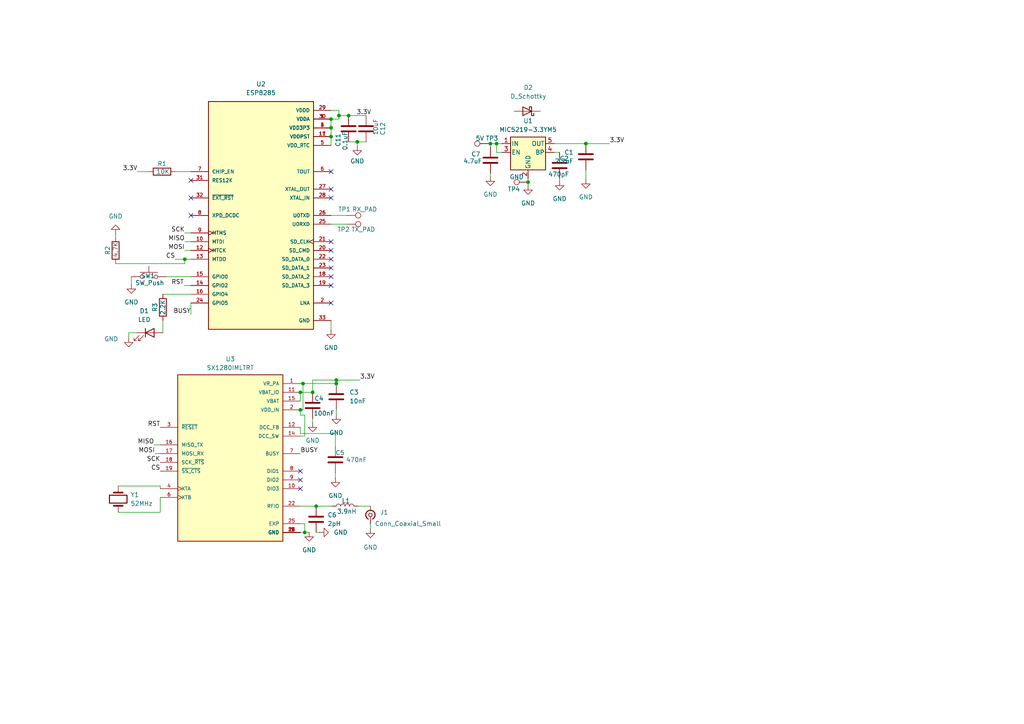
<source format=kicad_sch>
(kicad_sch
	(version 20250114)
	(generator "eeschema")
	(generator_version "9.0")
	(uuid "8f8dcd9d-88b5-4f28-b1ce-e2afd32d8146")
	(paper "A4")
	(lib_symbols
		(symbol "Connector:Conn_Coaxial_Small"
			(pin_numbers
				(hide yes)
			)
			(pin_names
				(offset 1.016)
				(hide yes)
			)
			(exclude_from_sim no)
			(in_bom yes)
			(on_board yes)
			(property "Reference" "J"
				(at 0.254 3.048 0)
				(effects
					(font
						(size 1.27 1.27)
					)
				)
			)
			(property "Value" "Conn_Coaxial_Small"
				(at 0 -3.81 0)
				(effects
					(font
						(size 1.27 1.27)
					)
				)
			)
			(property "Footprint" ""
				(at 0 0 0)
				(effects
					(font
						(size 1.27 1.27)
					)
					(hide yes)
				)
			)
			(property "Datasheet" "~"
				(at 0 0 0)
				(effects
					(font
						(size 1.27 1.27)
					)
					(hide yes)
				)
			)
			(property "Description" "small coaxial connector (BNC, SMA, SMB, SMC, Cinch/RCA, LEMO, ...)"
				(at 0 0 0)
				(effects
					(font
						(size 1.27 1.27)
					)
					(hide yes)
				)
			)
			(property "ki_keywords" "BNC SMA SMB SMC LEMO coaxial connector CINCH RCA MCX MMCX U.FL UMRF"
				(at 0 0 0)
				(effects
					(font
						(size 1.27 1.27)
					)
					(hide yes)
				)
			)
			(property "ki_fp_filters" "*BNC* *SMA* *SMB* *SMC* *Cinch* *LEMO* *UMRF* *MCX* *U.FL*"
				(at 0 0 0)
				(effects
					(font
						(size 1.27 1.27)
					)
					(hide yes)
				)
			)
			(symbol "Conn_Coaxial_Small_0_1"
				(polyline
					(pts
						(xy -2.54 0) (xy -0.508 0)
					)
					(stroke
						(width 0)
						(type default)
					)
					(fill
						(type none)
					)
				)
				(circle
					(center 0 0)
					(radius 0.508)
					(stroke
						(width 0.2032)
						(type default)
					)
					(fill
						(type none)
					)
				)
			)
			(symbol "Conn_Coaxial_Small_1_1"
				(arc
					(start 1.3484 0.0039)
					(mid 0.327 -1.308)
					(end -1.1916 -0.6311)
					(stroke
						(width 0.3048)
						(type default)
					)
					(fill
						(type none)
					)
				)
				(arc
					(start -1.1916 0.6311)
					(mid 0.327 1.3081)
					(end 1.3484 -0.0039)
					(stroke
						(width 0.3048)
						(type default)
					)
					(fill
						(type none)
					)
				)
				(pin passive line
					(at -2.54 0 0)
					(length 1.27)
					(name "In"
						(effects
							(font
								(size 1.27 1.27)
							)
						)
					)
					(number "1"
						(effects
							(font
								(size 1.27 1.27)
							)
						)
					)
				)
				(pin passive line
					(at 2.54 0 180)
					(length 1.27)
					(name "Ext"
						(effects
							(font
								(size 1.27 1.27)
							)
						)
					)
					(number "2"
						(effects
							(font
								(size 1.27 1.27)
							)
						)
					)
				)
			)
			(embedded_fonts no)
		)
		(symbol "Connector:TestPoint"
			(pin_numbers
				(hide yes)
			)
			(pin_names
				(offset 0.762)
				(hide yes)
			)
			(exclude_from_sim no)
			(in_bom yes)
			(on_board yes)
			(property "Reference" "TP"
				(at 0 6.858 0)
				(effects
					(font
						(size 1.27 1.27)
					)
				)
			)
			(property "Value" "TestPoint"
				(at 0 5.08 0)
				(effects
					(font
						(size 1.27 1.27)
					)
				)
			)
			(property "Footprint" ""
				(at 5.08 0 0)
				(effects
					(font
						(size 1.27 1.27)
					)
					(hide yes)
				)
			)
			(property "Datasheet" "~"
				(at 5.08 0 0)
				(effects
					(font
						(size 1.27 1.27)
					)
					(hide yes)
				)
			)
			(property "Description" "test point"
				(at 0 0 0)
				(effects
					(font
						(size 1.27 1.27)
					)
					(hide yes)
				)
			)
			(property "ki_keywords" "test point tp"
				(at 0 0 0)
				(effects
					(font
						(size 1.27 1.27)
					)
					(hide yes)
				)
			)
			(property "ki_fp_filters" "Pin* Test*"
				(at 0 0 0)
				(effects
					(font
						(size 1.27 1.27)
					)
					(hide yes)
				)
			)
			(symbol "TestPoint_0_1"
				(circle
					(center 0 3.302)
					(radius 0.762)
					(stroke
						(width 0)
						(type default)
					)
					(fill
						(type none)
					)
				)
			)
			(symbol "TestPoint_1_1"
				(pin passive line
					(at 0 0 90)
					(length 2.54)
					(name "1"
						(effects
							(font
								(size 1.27 1.27)
							)
						)
					)
					(number "1"
						(effects
							(font
								(size 1.27 1.27)
							)
						)
					)
				)
			)
			(embedded_fonts no)
		)
		(symbol "Device:C"
			(pin_numbers
				(hide yes)
			)
			(pin_names
				(offset 0.254)
			)
			(exclude_from_sim no)
			(in_bom yes)
			(on_board yes)
			(property "Reference" "C"
				(at 0.635 2.54 0)
				(effects
					(font
						(size 1.27 1.27)
					)
					(justify left)
				)
			)
			(property "Value" "C"
				(at 0.635 -2.54 0)
				(effects
					(font
						(size 1.27 1.27)
					)
					(justify left)
				)
			)
			(property "Footprint" ""
				(at 0.9652 -3.81 0)
				(effects
					(font
						(size 1.27 1.27)
					)
					(hide yes)
				)
			)
			(property "Datasheet" "~"
				(at 0 0 0)
				(effects
					(font
						(size 1.27 1.27)
					)
					(hide yes)
				)
			)
			(property "Description" "Unpolarized capacitor"
				(at 0 0 0)
				(effects
					(font
						(size 1.27 1.27)
					)
					(hide yes)
				)
			)
			(property "ki_keywords" "cap capacitor"
				(at 0 0 0)
				(effects
					(font
						(size 1.27 1.27)
					)
					(hide yes)
				)
			)
			(property "ki_fp_filters" "C_*"
				(at 0 0 0)
				(effects
					(font
						(size 1.27 1.27)
					)
					(hide yes)
				)
			)
			(symbol "C_0_1"
				(polyline
					(pts
						(xy -2.032 0.762) (xy 2.032 0.762)
					)
					(stroke
						(width 0.508)
						(type default)
					)
					(fill
						(type none)
					)
				)
				(polyline
					(pts
						(xy -2.032 -0.762) (xy 2.032 -0.762)
					)
					(stroke
						(width 0.508)
						(type default)
					)
					(fill
						(type none)
					)
				)
			)
			(symbol "C_1_1"
				(pin passive line
					(at 0 3.81 270)
					(length 2.794)
					(name "~"
						(effects
							(font
								(size 1.27 1.27)
							)
						)
					)
					(number "1"
						(effects
							(font
								(size 1.27 1.27)
							)
						)
					)
				)
				(pin passive line
					(at 0 -3.81 90)
					(length 2.794)
					(name "~"
						(effects
							(font
								(size 1.27 1.27)
							)
						)
					)
					(number "2"
						(effects
							(font
								(size 1.27 1.27)
							)
						)
					)
				)
			)
			(embedded_fonts no)
		)
		(symbol "Device:Crystal"
			(pin_numbers
				(hide yes)
			)
			(pin_names
				(offset 1.016)
				(hide yes)
			)
			(exclude_from_sim no)
			(in_bom yes)
			(on_board yes)
			(property "Reference" "Y"
				(at 0 3.81 0)
				(effects
					(font
						(size 1.27 1.27)
					)
				)
			)
			(property "Value" "Crystal"
				(at 0 -3.81 0)
				(effects
					(font
						(size 1.27 1.27)
					)
				)
			)
			(property "Footprint" ""
				(at 0 0 0)
				(effects
					(font
						(size 1.27 1.27)
					)
					(hide yes)
				)
			)
			(property "Datasheet" "~"
				(at 0 0 0)
				(effects
					(font
						(size 1.27 1.27)
					)
					(hide yes)
				)
			)
			(property "Description" "Two pin crystal"
				(at 0 0 0)
				(effects
					(font
						(size 1.27 1.27)
					)
					(hide yes)
				)
			)
			(property "ki_keywords" "quartz ceramic resonator oscillator"
				(at 0 0 0)
				(effects
					(font
						(size 1.27 1.27)
					)
					(hide yes)
				)
			)
			(property "ki_fp_filters" "Crystal*"
				(at 0 0 0)
				(effects
					(font
						(size 1.27 1.27)
					)
					(hide yes)
				)
			)
			(symbol "Crystal_0_1"
				(polyline
					(pts
						(xy -2.54 0) (xy -1.905 0)
					)
					(stroke
						(width 0)
						(type default)
					)
					(fill
						(type none)
					)
				)
				(polyline
					(pts
						(xy -1.905 -1.27) (xy -1.905 1.27)
					)
					(stroke
						(width 0.508)
						(type default)
					)
					(fill
						(type none)
					)
				)
				(rectangle
					(start -1.143 2.54)
					(end 1.143 -2.54)
					(stroke
						(width 0.3048)
						(type default)
					)
					(fill
						(type none)
					)
				)
				(polyline
					(pts
						(xy 1.905 -1.27) (xy 1.905 1.27)
					)
					(stroke
						(width 0.508)
						(type default)
					)
					(fill
						(type none)
					)
				)
				(polyline
					(pts
						(xy 2.54 0) (xy 1.905 0)
					)
					(stroke
						(width 0)
						(type default)
					)
					(fill
						(type none)
					)
				)
			)
			(symbol "Crystal_1_1"
				(pin passive line
					(at -3.81 0 0)
					(length 1.27)
					(name "1"
						(effects
							(font
								(size 1.27 1.27)
							)
						)
					)
					(number "1"
						(effects
							(font
								(size 1.27 1.27)
							)
						)
					)
				)
				(pin passive line
					(at 3.81 0 180)
					(length 1.27)
					(name "2"
						(effects
							(font
								(size 1.27 1.27)
							)
						)
					)
					(number "2"
						(effects
							(font
								(size 1.27 1.27)
							)
						)
					)
				)
			)
			(embedded_fonts no)
		)
		(symbol "Device:D_Schottky"
			(pin_numbers
				(hide yes)
			)
			(pin_names
				(offset 1.016)
				(hide yes)
			)
			(exclude_from_sim no)
			(in_bom yes)
			(on_board yes)
			(property "Reference" "D"
				(at 0 2.54 0)
				(effects
					(font
						(size 1.27 1.27)
					)
				)
			)
			(property "Value" "D_Schottky"
				(at 0 -2.54 0)
				(effects
					(font
						(size 1.27 1.27)
					)
				)
			)
			(property "Footprint" ""
				(at 0 0 0)
				(effects
					(font
						(size 1.27 1.27)
					)
					(hide yes)
				)
			)
			(property "Datasheet" "~"
				(at 0 0 0)
				(effects
					(font
						(size 1.27 1.27)
					)
					(hide yes)
				)
			)
			(property "Description" "Schottky diode"
				(at 0 0 0)
				(effects
					(font
						(size 1.27 1.27)
					)
					(hide yes)
				)
			)
			(property "ki_keywords" "diode Schottky"
				(at 0 0 0)
				(effects
					(font
						(size 1.27 1.27)
					)
					(hide yes)
				)
			)
			(property "ki_fp_filters" "TO-???* *_Diode_* *SingleDiode* D_*"
				(at 0 0 0)
				(effects
					(font
						(size 1.27 1.27)
					)
					(hide yes)
				)
			)
			(symbol "D_Schottky_0_1"
				(polyline
					(pts
						(xy -1.905 0.635) (xy -1.905 1.27) (xy -1.27 1.27) (xy -1.27 -1.27) (xy -0.635 -1.27) (xy -0.635 -0.635)
					)
					(stroke
						(width 0.254)
						(type default)
					)
					(fill
						(type none)
					)
				)
				(polyline
					(pts
						(xy 1.27 1.27) (xy 1.27 -1.27) (xy -1.27 0) (xy 1.27 1.27)
					)
					(stroke
						(width 0.254)
						(type default)
					)
					(fill
						(type none)
					)
				)
				(polyline
					(pts
						(xy 1.27 0) (xy -1.27 0)
					)
					(stroke
						(width 0)
						(type default)
					)
					(fill
						(type none)
					)
				)
			)
			(symbol "D_Schottky_1_1"
				(pin passive line
					(at -3.81 0 0)
					(length 2.54)
					(name "K"
						(effects
							(font
								(size 1.27 1.27)
							)
						)
					)
					(number "1"
						(effects
							(font
								(size 1.27 1.27)
							)
						)
					)
				)
				(pin passive line
					(at 3.81 0 180)
					(length 2.54)
					(name "A"
						(effects
							(font
								(size 1.27 1.27)
							)
						)
					)
					(number "2"
						(effects
							(font
								(size 1.27 1.27)
							)
						)
					)
				)
			)
			(embedded_fonts no)
		)
		(symbol "Device:L"
			(pin_numbers
				(hide yes)
			)
			(pin_names
				(offset 1.016)
				(hide yes)
			)
			(exclude_from_sim no)
			(in_bom yes)
			(on_board yes)
			(property "Reference" "L"
				(at -1.27 0 90)
				(effects
					(font
						(size 1.27 1.27)
					)
				)
			)
			(property "Value" "L"
				(at 1.905 0 90)
				(effects
					(font
						(size 1.27 1.27)
					)
				)
			)
			(property "Footprint" ""
				(at 0 0 0)
				(effects
					(font
						(size 1.27 1.27)
					)
					(hide yes)
				)
			)
			(property "Datasheet" "~"
				(at 0 0 0)
				(effects
					(font
						(size 1.27 1.27)
					)
					(hide yes)
				)
			)
			(property "Description" "Inductor"
				(at 0 0 0)
				(effects
					(font
						(size 1.27 1.27)
					)
					(hide yes)
				)
			)
			(property "ki_keywords" "inductor choke coil reactor magnetic"
				(at 0 0 0)
				(effects
					(font
						(size 1.27 1.27)
					)
					(hide yes)
				)
			)
			(property "ki_fp_filters" "Choke_* *Coil* Inductor_* L_*"
				(at 0 0 0)
				(effects
					(font
						(size 1.27 1.27)
					)
					(hide yes)
				)
			)
			(symbol "L_0_1"
				(arc
					(start 0 2.54)
					(mid 0.6323 1.905)
					(end 0 1.27)
					(stroke
						(width 0)
						(type default)
					)
					(fill
						(type none)
					)
				)
				(arc
					(start 0 1.27)
					(mid 0.6323 0.635)
					(end 0 0)
					(stroke
						(width 0)
						(type default)
					)
					(fill
						(type none)
					)
				)
				(arc
					(start 0 0)
					(mid 0.6323 -0.635)
					(end 0 -1.27)
					(stroke
						(width 0)
						(type default)
					)
					(fill
						(type none)
					)
				)
				(arc
					(start 0 -1.27)
					(mid 0.6323 -1.905)
					(end 0 -2.54)
					(stroke
						(width 0)
						(type default)
					)
					(fill
						(type none)
					)
				)
			)
			(symbol "L_1_1"
				(pin passive line
					(at 0 3.81 270)
					(length 1.27)
					(name "1"
						(effects
							(font
								(size 1.27 1.27)
							)
						)
					)
					(number "1"
						(effects
							(font
								(size 1.27 1.27)
							)
						)
					)
				)
				(pin passive line
					(at 0 -3.81 90)
					(length 1.27)
					(name "2"
						(effects
							(font
								(size 1.27 1.27)
							)
						)
					)
					(number "2"
						(effects
							(font
								(size 1.27 1.27)
							)
						)
					)
				)
			)
			(embedded_fonts no)
		)
		(symbol "Device:LED"
			(pin_numbers
				(hide yes)
			)
			(pin_names
				(offset 1.016)
				(hide yes)
			)
			(exclude_from_sim no)
			(in_bom yes)
			(on_board yes)
			(property "Reference" "D"
				(at 0 2.54 0)
				(effects
					(font
						(size 1.27 1.27)
					)
				)
			)
			(property "Value" "LED"
				(at 0 -2.54 0)
				(effects
					(font
						(size 1.27 1.27)
					)
				)
			)
			(property "Footprint" ""
				(at 0 0 0)
				(effects
					(font
						(size 1.27 1.27)
					)
					(hide yes)
				)
			)
			(property "Datasheet" "~"
				(at 0 0 0)
				(effects
					(font
						(size 1.27 1.27)
					)
					(hide yes)
				)
			)
			(property "Description" "Light emitting diode"
				(at 0 0 0)
				(effects
					(font
						(size 1.27 1.27)
					)
					(hide yes)
				)
			)
			(property "Sim.Pins" "1=K 2=A"
				(at 0 0 0)
				(effects
					(font
						(size 1.27 1.27)
					)
					(hide yes)
				)
			)
			(property "ki_keywords" "LED diode"
				(at 0 0 0)
				(effects
					(font
						(size 1.27 1.27)
					)
					(hide yes)
				)
			)
			(property "ki_fp_filters" "LED* LED_SMD:* LED_THT:*"
				(at 0 0 0)
				(effects
					(font
						(size 1.27 1.27)
					)
					(hide yes)
				)
			)
			(symbol "LED_0_1"
				(polyline
					(pts
						(xy -3.048 -0.762) (xy -4.572 -2.286) (xy -3.81 -2.286) (xy -4.572 -2.286) (xy -4.572 -1.524)
					)
					(stroke
						(width 0)
						(type default)
					)
					(fill
						(type none)
					)
				)
				(polyline
					(pts
						(xy -1.778 -0.762) (xy -3.302 -2.286) (xy -2.54 -2.286) (xy -3.302 -2.286) (xy -3.302 -1.524)
					)
					(stroke
						(width 0)
						(type default)
					)
					(fill
						(type none)
					)
				)
				(polyline
					(pts
						(xy -1.27 0) (xy 1.27 0)
					)
					(stroke
						(width 0)
						(type default)
					)
					(fill
						(type none)
					)
				)
				(polyline
					(pts
						(xy -1.27 -1.27) (xy -1.27 1.27)
					)
					(stroke
						(width 0.254)
						(type default)
					)
					(fill
						(type none)
					)
				)
				(polyline
					(pts
						(xy 1.27 -1.27) (xy 1.27 1.27) (xy -1.27 0) (xy 1.27 -1.27)
					)
					(stroke
						(width 0.254)
						(type default)
					)
					(fill
						(type none)
					)
				)
			)
			(symbol "LED_1_1"
				(pin passive line
					(at -3.81 0 0)
					(length 2.54)
					(name "K"
						(effects
							(font
								(size 1.27 1.27)
							)
						)
					)
					(number "1"
						(effects
							(font
								(size 1.27 1.27)
							)
						)
					)
				)
				(pin passive line
					(at 3.81 0 180)
					(length 2.54)
					(name "A"
						(effects
							(font
								(size 1.27 1.27)
							)
						)
					)
					(number "2"
						(effects
							(font
								(size 1.27 1.27)
							)
						)
					)
				)
			)
			(embedded_fonts no)
		)
		(symbol "Device:R"
			(pin_numbers
				(hide yes)
			)
			(pin_names
				(offset 0)
			)
			(exclude_from_sim no)
			(in_bom yes)
			(on_board yes)
			(property "Reference" "R"
				(at 2.032 0 90)
				(effects
					(font
						(size 1.27 1.27)
					)
				)
			)
			(property "Value" "R"
				(at 0 0 90)
				(effects
					(font
						(size 1.27 1.27)
					)
				)
			)
			(property "Footprint" ""
				(at -1.778 0 90)
				(effects
					(font
						(size 1.27 1.27)
					)
					(hide yes)
				)
			)
			(property "Datasheet" "~"
				(at 0 0 0)
				(effects
					(font
						(size 1.27 1.27)
					)
					(hide yes)
				)
			)
			(property "Description" "Resistor"
				(at 0 0 0)
				(effects
					(font
						(size 1.27 1.27)
					)
					(hide yes)
				)
			)
			(property "ki_keywords" "R res resistor"
				(at 0 0 0)
				(effects
					(font
						(size 1.27 1.27)
					)
					(hide yes)
				)
			)
			(property "ki_fp_filters" "R_*"
				(at 0 0 0)
				(effects
					(font
						(size 1.27 1.27)
					)
					(hide yes)
				)
			)
			(symbol "R_0_1"
				(rectangle
					(start -1.016 -2.54)
					(end 1.016 2.54)
					(stroke
						(width 0.254)
						(type default)
					)
					(fill
						(type none)
					)
				)
			)
			(symbol "R_1_1"
				(pin passive line
					(at 0 3.81 270)
					(length 1.27)
					(name "~"
						(effects
							(font
								(size 1.27 1.27)
							)
						)
					)
					(number "1"
						(effects
							(font
								(size 1.27 1.27)
							)
						)
					)
				)
				(pin passive line
					(at 0 -3.81 90)
					(length 1.27)
					(name "~"
						(effects
							(font
								(size 1.27 1.27)
							)
						)
					)
					(number "2"
						(effects
							(font
								(size 1.27 1.27)
							)
						)
					)
				)
			)
			(embedded_fonts no)
		)
		(symbol "ESP8285:ESP8285"
			(pin_names
				(offset 1.016)
			)
			(exclude_from_sim no)
			(in_bom yes)
			(on_board yes)
			(property "Reference" "U"
				(at -15.24 34.29 0)
				(effects
					(font
						(size 1.27 1.27)
					)
					(justify left bottom)
				)
			)
			(property "Value" "ESP8285"
				(at -15.24 -34.29 0)
				(effects
					(font
						(size 1.27 1.27)
					)
					(justify left top)
				)
			)
			(property "Footprint" "ESP8285:QFN50P500X500X90-33N"
				(at 0 0 0)
				(effects
					(font
						(size 1.27 1.27)
					)
					(justify bottom)
					(hide yes)
				)
			)
			(property "Datasheet" ""
				(at 0 0 0)
				(effects
					(font
						(size 1.27 1.27)
					)
					(hide yes)
				)
			)
			(property "Description" ""
				(at 0 0 0)
				(effects
					(font
						(size 1.27 1.27)
					)
					(hide yes)
				)
			)
			(property "SNAPEDA_PACKAGE_ID" ""
				(at 0 0 0)
				(effects
					(font
						(size 1.27 1.27)
					)
					(justify bottom)
					(hide yes)
				)
			)
			(property "B_NOM" "0.25"
				(at 0 0 0)
				(effects
					(font
						(size 1.27 1.27)
					)
					(justify bottom)
					(hide yes)
				)
			)
			(property "EMAX" ""
				(at 0 0 0)
				(effects
					(font
						(size 1.27 1.27)
					)
					(justify bottom)
					(hide yes)
				)
			)
			(property "D_MAX" "5.05"
				(at 0 0 0)
				(effects
					(font
						(size 1.27 1.27)
					)
					(justify bottom)
					(hide yes)
				)
			)
			(property "PACKAGE_TYPE" ""
				(at 0 0 0)
				(effects
					(font
						(size 1.27 1.27)
					)
					(justify bottom)
					(hide yes)
				)
			)
			(property "PIN_COUNT_D" "8.0"
				(at 0 0 0)
				(effects
					(font
						(size 1.27 1.27)
					)
					(justify bottom)
					(hide yes)
				)
			)
			(property "THERMAL_PAD" ""
				(at 0 0 0)
				(effects
					(font
						(size 1.27 1.27)
					)
					(justify bottom)
					(hide yes)
				)
			)
			(property "DMAX" ""
				(at 0 0 0)
				(effects
					(font
						(size 1.27 1.27)
					)
					(justify bottom)
					(hide yes)
				)
			)
			(property "Check_prices" "https://www.snapeda.com/parts/ESP8285/Espressif+Systems/view-part/?ref=eda"
				(at 0 0 0)
				(effects
					(font
						(size 1.27 1.27)
					)
					(justify bottom)
					(hide yes)
				)
			)
			(property "B_MAX" "0.3"
				(at 0 0 0)
				(effects
					(font
						(size 1.27 1.27)
					)
					(justify bottom)
					(hide yes)
				)
			)
			(property "Description_1" "\n                        \n                            IC RF TxRx + MCU WiFi 802.11b/g/n 2.4GHz 32-VFQFN Exposed Pad\n                        \n"
				(at 0 0 0)
				(effects
					(font
						(size 1.27 1.27)
					)
					(justify bottom)
					(hide yes)
				)
			)
			(property "EMIN" ""
				(at 0 0 0)
				(effects
					(font
						(size 1.27 1.27)
					)
					(justify bottom)
					(hide yes)
				)
			)
			(property "JEDEC" ""
				(at 0 0 0)
				(effects
					(font
						(size 1.27 1.27)
					)
					(justify bottom)
					(hide yes)
				)
			)
			(property "Price" "None"
				(at 0 0 0)
				(effects
					(font
						(size 1.27 1.27)
					)
					(justify bottom)
					(hide yes)
				)
			)
			(property "ENOM" "0.5"
				(at 0 0 0)
				(effects
					(font
						(size 1.27 1.27)
					)
					(justify bottom)
					(hide yes)
				)
			)
			(property "D_NOM" "5.0"
				(at 0 0 0)
				(effects
					(font
						(size 1.27 1.27)
					)
					(justify bottom)
					(hide yes)
				)
			)
			(property "VACANCIES" ""
				(at 0 0 0)
				(effects
					(font
						(size 1.27 1.27)
					)
					(justify bottom)
					(hide yes)
				)
			)
			(property "L_MAX" "0.45"
				(at 0 0 0)
				(effects
					(font
						(size 1.27 1.27)
					)
					(justify bottom)
					(hide yes)
				)
			)
			(property "A_MAX" "0.9"
				(at 0 0 0)
				(effects
					(font
						(size 1.27 1.27)
					)
					(justify bottom)
					(hide yes)
				)
			)
			(property "Package" "VFQFN-32 Espressif Systems"
				(at 0 0 0)
				(effects
					(font
						(size 1.27 1.27)
					)
					(justify bottom)
					(hide yes)
				)
			)
			(property "E2_NOM" "3.7"
				(at 0 0 0)
				(effects
					(font
						(size 1.27 1.27)
					)
					(justify bottom)
					(hide yes)
				)
			)
			(property "D2_NOM" "3.7"
				(at 0 0 0)
				(effects
					(font
						(size 1.27 1.27)
					)
					(justify bottom)
					(hide yes)
				)
			)
			(property "PARTREV" "2.0"
				(at 0 0 0)
				(effects
					(font
						(size 1.27 1.27)
					)
					(justify bottom)
					(hide yes)
				)
			)
			(property "DNOM" ""
				(at 0 0 0)
				(effects
					(font
						(size 1.27 1.27)
					)
					(justify bottom)
					(hide yes)
				)
			)
			(property "SnapEDA_Link" "https://www.snapeda.com/parts/ESP8285/Espressif+Systems/view-part/?ref=snap"
				(at 0 0 0)
				(effects
					(font
						(size 1.27 1.27)
					)
					(justify bottom)
					(hide yes)
				)
			)
			(property "DMIN" ""
				(at 0 0 0)
				(effects
					(font
						(size 1.27 1.27)
					)
					(justify bottom)
					(hide yes)
				)
			)
			(property "E_NOM" "5.0"
				(at 0 0 0)
				(effects
					(font
						(size 1.27 1.27)
					)
					(justify bottom)
					(hide yes)
				)
			)
			(property "BALL_ROWS" ""
				(at 0 0 0)
				(effects
					(font
						(size 1.27 1.27)
					)
					(justify bottom)
					(hide yes)
				)
			)
			(property "B_MIN" "0.2"
				(at 0 0 0)
				(effects
					(font
						(size 1.27 1.27)
					)
					(justify bottom)
					(hide yes)
				)
			)
			(property "STANDARD" "IPC 7351B"
				(at 0 0 0)
				(effects
					(font
						(size 1.27 1.27)
					)
					(justify bottom)
					(hide yes)
				)
			)
			(property "L_NOM" "0.4"
				(at 0 0 0)
				(effects
					(font
						(size 1.27 1.27)
					)
					(justify bottom)
					(hide yes)
				)
			)
			(property "MANUFACTURER" "Espressif"
				(at 0 0 0)
				(effects
					(font
						(size 1.27 1.27)
					)
					(justify bottom)
					(hide yes)
				)
			)
			(property "IPC" ""
				(at 0 0 0)
				(effects
					(font
						(size 1.27 1.27)
					)
					(justify bottom)
					(hide yes)
				)
			)
			(property "PIN_COLUMNS" ""
				(at 0 0 0)
				(effects
					(font
						(size 1.27 1.27)
					)
					(justify bottom)
					(hide yes)
				)
			)
			(property "MF" "Espressif Systems"
				(at 0 0 0)
				(effects
					(font
						(size 1.27 1.27)
					)
					(justify bottom)
					(hide yes)
				)
			)
			(property "BALL_COLUMNS" ""
				(at 0 0 0)
				(effects
					(font
						(size 1.27 1.27)
					)
					(justify bottom)
					(hide yes)
				)
			)
			(property "PIN_COUNT_E" "8.0"
				(at 0 0 0)
				(effects
					(font
						(size 1.27 1.27)
					)
					(justify bottom)
					(hide yes)
				)
			)
			(property "BODY_DIAMETER" ""
				(at 0 0 0)
				(effects
					(font
						(size 1.27 1.27)
					)
					(justify bottom)
					(hide yes)
				)
			)
			(property "E_MIN" "4.95"
				(at 0 0 0)
				(effects
					(font
						(size 1.27 1.27)
					)
					(justify bottom)
					(hide yes)
				)
			)
			(property "D_MIN" "4.95"
				(at 0 0 0)
				(effects
					(font
						(size 1.27 1.27)
					)
					(justify bottom)
					(hide yes)
				)
			)
			(property "MP" "ESP8285"
				(at 0 0 0)
				(effects
					(font
						(size 1.27 1.27)
					)
					(justify bottom)
					(hide yes)
				)
			)
			(property "PINS" ""
				(at 0 0 0)
				(effects
					(font
						(size 1.27 1.27)
					)
					(justify bottom)
					(hide yes)
				)
			)
			(property "L_MIN" "0.35"
				(at 0 0 0)
				(effects
					(font
						(size 1.27 1.27)
					)
					(justify bottom)
					(hide yes)
				)
			)
			(property "Availability" "In Stock"
				(at 0 0 0)
				(effects
					(font
						(size 1.27 1.27)
					)
					(justify bottom)
					(hide yes)
				)
			)
			(property "E_MAX" "5.05"
				(at 0 0 0)
				(effects
					(font
						(size 1.27 1.27)
					)
					(justify bottom)
					(hide yes)
				)
			)
			(symbol "ESP8285_0_0"
				(rectangle
					(start -15.24 -33.02)
					(end 15.24 33.02)
					(stroke
						(width 0.254)
						(type default)
					)
					(fill
						(type background)
					)
				)
				(pin input line
					(at -20.32 12.7 0)
					(length 5.08)
					(name "CHIP_EN"
						(effects
							(font
								(size 1.016 1.016)
							)
						)
					)
					(number "7"
						(effects
							(font
								(size 1.016 1.016)
							)
						)
					)
				)
				(pin input line
					(at -20.32 10.16 0)
					(length 5.08)
					(name "RES12K"
						(effects
							(font
								(size 1.016 1.016)
							)
						)
					)
					(number "31"
						(effects
							(font
								(size 1.016 1.016)
							)
						)
					)
				)
				(pin input line
					(at -20.32 5.08 0)
					(length 5.08)
					(name "~{EXT_RST}"
						(effects
							(font
								(size 1.016 1.016)
							)
						)
					)
					(number "32"
						(effects
							(font
								(size 1.016 1.016)
							)
						)
					)
				)
				(pin bidirectional line
					(at -20.32 0 0)
					(length 5.08)
					(name "XPD_DCDC"
						(effects
							(font
								(size 1.016 1.016)
							)
						)
					)
					(number "8"
						(effects
							(font
								(size 1.016 1.016)
							)
						)
					)
				)
				(pin bidirectional clock
					(at -20.32 -5.08 0)
					(length 5.08)
					(name "MTMS"
						(effects
							(font
								(size 1.016 1.016)
							)
						)
					)
					(number "9"
						(effects
							(font
								(size 1.016 1.016)
							)
						)
					)
				)
				(pin bidirectional line
					(at -20.32 -7.62 0)
					(length 5.08)
					(name "MTDI"
						(effects
							(font
								(size 1.016 1.016)
							)
						)
					)
					(number "10"
						(effects
							(font
								(size 1.016 1.016)
							)
						)
					)
				)
				(pin bidirectional clock
					(at -20.32 -10.16 0)
					(length 5.08)
					(name "MTCK"
						(effects
							(font
								(size 1.016 1.016)
							)
						)
					)
					(number "12"
						(effects
							(font
								(size 1.016 1.016)
							)
						)
					)
				)
				(pin bidirectional line
					(at -20.32 -12.7 0)
					(length 5.08)
					(name "MTDO"
						(effects
							(font
								(size 1.016 1.016)
							)
						)
					)
					(number "13"
						(effects
							(font
								(size 1.016 1.016)
							)
						)
					)
				)
				(pin bidirectional line
					(at -20.32 -17.78 0)
					(length 5.08)
					(name "GPIO0"
						(effects
							(font
								(size 1.016 1.016)
							)
						)
					)
					(number "15"
						(effects
							(font
								(size 1.016 1.016)
							)
						)
					)
				)
				(pin bidirectional line
					(at -20.32 -20.32 0)
					(length 5.08)
					(name "GPIO2"
						(effects
							(font
								(size 1.016 1.016)
							)
						)
					)
					(number "14"
						(effects
							(font
								(size 1.016 1.016)
							)
						)
					)
				)
				(pin bidirectional line
					(at -20.32 -22.86 0)
					(length 5.08)
					(name "GPIO4"
						(effects
							(font
								(size 1.016 1.016)
							)
						)
					)
					(number "16"
						(effects
							(font
								(size 1.016 1.016)
							)
						)
					)
				)
				(pin bidirectional line
					(at -20.32 -25.4 0)
					(length 5.08)
					(name "GPIO5"
						(effects
							(font
								(size 1.016 1.016)
							)
						)
					)
					(number "24"
						(effects
							(font
								(size 1.016 1.016)
							)
						)
					)
				)
				(pin power_in line
					(at 20.32 30.48 180)
					(length 5.08)
					(name "VDDD"
						(effects
							(font
								(size 1.016 1.016)
							)
						)
					)
					(number "29"
						(effects
							(font
								(size 1.016 1.016)
							)
						)
					)
				)
				(pin power_in line
					(at 20.32 27.94 180)
					(length 5.08)
					(name "VDDA"
						(effects
							(font
								(size 1.016 1.016)
							)
						)
					)
					(number "1"
						(effects
							(font
								(size 1.016 1.016)
							)
						)
					)
				)
				(pin power_in line
					(at 20.32 27.94 180)
					(length 5.08)
					(name "VDDA"
						(effects
							(font
								(size 1.016 1.016)
							)
						)
					)
					(number "30"
						(effects
							(font
								(size 1.016 1.016)
							)
						)
					)
				)
				(pin power_in line
					(at 20.32 25.4 180)
					(length 5.08)
					(name "VDD3P3"
						(effects
							(font
								(size 1.016 1.016)
							)
						)
					)
					(number "3"
						(effects
							(font
								(size 1.016 1.016)
							)
						)
					)
				)
				(pin power_in line
					(at 20.32 25.4 180)
					(length 5.08)
					(name "VDD3P3"
						(effects
							(font
								(size 1.016 1.016)
							)
						)
					)
					(number "4"
						(effects
							(font
								(size 1.016 1.016)
							)
						)
					)
				)
				(pin power_in line
					(at 20.32 22.86 180)
					(length 5.08)
					(name "VDDPST"
						(effects
							(font
								(size 1.016 1.016)
							)
						)
					)
					(number "11"
						(effects
							(font
								(size 1.016 1.016)
							)
						)
					)
				)
				(pin power_in line
					(at 20.32 22.86 180)
					(length 5.08)
					(name "VDDPST"
						(effects
							(font
								(size 1.016 1.016)
							)
						)
					)
					(number "17"
						(effects
							(font
								(size 1.016 1.016)
							)
						)
					)
				)
				(pin power_in line
					(at 20.32 20.32 180)
					(length 5.08)
					(name "VDD_RTC"
						(effects
							(font
								(size 1.016 1.016)
							)
						)
					)
					(number "5"
						(effects
							(font
								(size 1.016 1.016)
							)
						)
					)
				)
				(pin output line
					(at 20.32 12.7 180)
					(length 5.08)
					(name "TOUT"
						(effects
							(font
								(size 1.016 1.016)
							)
						)
					)
					(number "6"
						(effects
							(font
								(size 1.016 1.016)
							)
						)
					)
				)
				(pin output line
					(at 20.32 7.62 180)
					(length 5.08)
					(name "XTAL_OUT"
						(effects
							(font
								(size 1.016 1.016)
							)
						)
					)
					(number "27"
						(effects
							(font
								(size 1.016 1.016)
							)
						)
					)
				)
				(pin input line
					(at 20.32 5.08 180)
					(length 5.08)
					(name "XTAL_IN"
						(effects
							(font
								(size 1.016 1.016)
							)
						)
					)
					(number "28"
						(effects
							(font
								(size 1.016 1.016)
							)
						)
					)
				)
				(pin bidirectional line
					(at 20.32 0 180)
					(length 5.08)
					(name "U0TXD"
						(effects
							(font
								(size 1.016 1.016)
							)
						)
					)
					(number "26"
						(effects
							(font
								(size 1.016 1.016)
							)
						)
					)
				)
				(pin bidirectional line
					(at 20.32 -2.54 180)
					(length 5.08)
					(name "U0RXD"
						(effects
							(font
								(size 1.016 1.016)
							)
						)
					)
					(number "25"
						(effects
							(font
								(size 1.016 1.016)
							)
						)
					)
				)
				(pin bidirectional clock
					(at 20.32 -7.62 180)
					(length 5.08)
					(name "SD_CLK"
						(effects
							(font
								(size 1.016 1.016)
							)
						)
					)
					(number "21"
						(effects
							(font
								(size 1.016 1.016)
							)
						)
					)
				)
				(pin bidirectional line
					(at 20.32 -10.16 180)
					(length 5.08)
					(name "SD_CMD"
						(effects
							(font
								(size 1.016 1.016)
							)
						)
					)
					(number "20"
						(effects
							(font
								(size 1.016 1.016)
							)
						)
					)
				)
				(pin bidirectional line
					(at 20.32 -12.7 180)
					(length 5.08)
					(name "SD_DATA_0"
						(effects
							(font
								(size 1.016 1.016)
							)
						)
					)
					(number "22"
						(effects
							(font
								(size 1.016 1.016)
							)
						)
					)
				)
				(pin bidirectional line
					(at 20.32 -15.24 180)
					(length 5.08)
					(name "SD_DATA_1"
						(effects
							(font
								(size 1.016 1.016)
							)
						)
					)
					(number "23"
						(effects
							(font
								(size 1.016 1.016)
							)
						)
					)
				)
				(pin bidirectional line
					(at 20.32 -17.78 180)
					(length 5.08)
					(name "SD_DATA_2"
						(effects
							(font
								(size 1.016 1.016)
							)
						)
					)
					(number "18"
						(effects
							(font
								(size 1.016 1.016)
							)
						)
					)
				)
				(pin bidirectional line
					(at 20.32 -20.32 180)
					(length 5.08)
					(name "SD_DATA_3"
						(effects
							(font
								(size 1.016 1.016)
							)
						)
					)
					(number "19"
						(effects
							(font
								(size 1.016 1.016)
							)
						)
					)
				)
				(pin bidirectional line
					(at 20.32 -25.4 180)
					(length 5.08)
					(name "LNA"
						(effects
							(font
								(size 1.016 1.016)
							)
						)
					)
					(number "2"
						(effects
							(font
								(size 1.016 1.016)
							)
						)
					)
				)
				(pin power_in line
					(at 20.32 -30.48 180)
					(length 5.08)
					(name "GND"
						(effects
							(font
								(size 1.016 1.016)
							)
						)
					)
					(number "33"
						(effects
							(font
								(size 1.016 1.016)
							)
						)
					)
				)
			)
			(embedded_fonts no)
		)
		(symbol "Regulator_Linear:MIC5219-3.3YM5"
			(pin_names
				(offset 0.254)
			)
			(exclude_from_sim no)
			(in_bom yes)
			(on_board yes)
			(property "Reference" "U"
				(at -3.81 5.715 0)
				(effects
					(font
						(size 1.27 1.27)
					)
				)
			)
			(property "Value" "MIC5219-3.3YM5"
				(at 0 5.715 0)
				(effects
					(font
						(size 1.27 1.27)
					)
					(justify left)
				)
			)
			(property "Footprint" "Package_TO_SOT_SMD:SOT-23-5"
				(at 0 8.255 0)
				(effects
					(font
						(size 1.27 1.27)
					)
					(hide yes)
				)
			)
			(property "Datasheet" "http://ww1.microchip.com/downloads/en/DeviceDoc/MIC5219-500mA-Peak-Output-LDO-Regulator-DS20006021A.pdf"
				(at 0 0 0)
				(effects
					(font
						(size 1.27 1.27)
					)
					(hide yes)
				)
			)
			(property "Description" "500mA low dropout linear regulator, fixed 3.3V output, SOT-23-5"
				(at 0 0 0)
				(effects
					(font
						(size 1.27 1.27)
					)
					(hide yes)
				)
			)
			(property "ki_keywords" "500mA ultra-low-noise LDO linear voltage regulator fixed positive"
				(at 0 0 0)
				(effects
					(font
						(size 1.27 1.27)
					)
					(hide yes)
				)
			)
			(property "ki_fp_filters" "SOT?23*"
				(at 0 0 0)
				(effects
					(font
						(size 1.27 1.27)
					)
					(hide yes)
				)
			)
			(symbol "MIC5219-3.3YM5_0_1"
				(rectangle
					(start -5.08 4.445)
					(end 5.08 -5.08)
					(stroke
						(width 0.254)
						(type default)
					)
					(fill
						(type background)
					)
				)
			)
			(symbol "MIC5219-3.3YM5_1_1"
				(pin power_in line
					(at -7.62 2.54 0)
					(length 2.54)
					(name "IN"
						(effects
							(font
								(size 1.27 1.27)
							)
						)
					)
					(number "1"
						(effects
							(font
								(size 1.27 1.27)
							)
						)
					)
				)
				(pin input line
					(at -7.62 0 0)
					(length 2.54)
					(name "EN"
						(effects
							(font
								(size 1.27 1.27)
							)
						)
					)
					(number "3"
						(effects
							(font
								(size 1.27 1.27)
							)
						)
					)
				)
				(pin power_in line
					(at 0 -7.62 90)
					(length 2.54)
					(name "GND"
						(effects
							(font
								(size 1.27 1.27)
							)
						)
					)
					(number "2"
						(effects
							(font
								(size 1.27 1.27)
							)
						)
					)
				)
				(pin power_out line
					(at 7.62 2.54 180)
					(length 2.54)
					(name "OUT"
						(effects
							(font
								(size 1.27 1.27)
							)
						)
					)
					(number "5"
						(effects
							(font
								(size 1.27 1.27)
							)
						)
					)
				)
				(pin input line
					(at 7.62 0 180)
					(length 2.54)
					(name "BP"
						(effects
							(font
								(size 1.27 1.27)
							)
						)
					)
					(number "4"
						(effects
							(font
								(size 1.27 1.27)
							)
						)
					)
				)
			)
			(embedded_fonts no)
		)
		(symbol "SX1280IMLTRT:SX1280IMLTRT"
			(pin_names
				(offset 1.016)
			)
			(exclude_from_sim no)
			(in_bom yes)
			(on_board yes)
			(property "Reference" "U"
				(at -15.24 23.495 0)
				(effects
					(font
						(size 1.27 1.27)
					)
					(justify left bottom)
				)
			)
			(property "Value" "SX1280IMLTRT"
				(at -15.24 -27.94 0)
				(effects
					(font
						(size 1.27 1.27)
					)
					(justify left bottom)
				)
			)
			(property "Footprint" "SX1280IMLTRT:XCVR_SX1280IMLTRT"
				(at 0 0 0)
				(effects
					(font
						(size 1.27 1.27)
					)
					(justify bottom)
					(hide yes)
				)
			)
			(property "Datasheet" ""
				(at 0 0 0)
				(effects
					(font
						(size 1.27 1.27)
					)
					(hide yes)
				)
			)
			(property "Description" ""
				(at 0 0 0)
				(effects
					(font
						(size 1.27 1.27)
					)
					(hide yes)
				)
			)
			(property "MF" "Semtech Corporation"
				(at 0 0 0)
				(effects
					(font
						(size 1.27 1.27)
					)
					(justify bottom)
					(hide yes)
				)
			)
			(property "MAXIMUM_PACKAGE_HEIGHT" "1.00 mm"
				(at 0 0 0)
				(effects
					(font
						(size 1.27 1.27)
					)
					(justify bottom)
					(hide yes)
				)
			)
			(property "Package" "WFQFN-24 Semtech Corporation"
				(at 0 0 0)
				(effects
					(font
						(size 1.27 1.27)
					)
					(justify bottom)
					(hide yes)
				)
			)
			(property "Price" "None"
				(at 0 0 0)
				(effects
					(font
						(size 1.27 1.27)
					)
					(justify bottom)
					(hide yes)
				)
			)
			(property "Check_prices" "https://www.snapeda.com/parts/SX1280IMLTRT/Semtech/view-part/?ref=eda"
				(at 0 0 0)
				(effects
					(font
						(size 1.27 1.27)
					)
					(justify bottom)
					(hide yes)
				)
			)
			(property "STANDARD" "Manufacturer Recommendations"
				(at 0 0 0)
				(effects
					(font
						(size 1.27 1.27)
					)
					(justify bottom)
					(hide yes)
				)
			)
			(property "PARTREV" "3.3"
				(at 0 0 0)
				(effects
					(font
						(size 1.27 1.27)
					)
					(justify bottom)
					(hide yes)
				)
			)
			(property "SnapEDA_Link" "https://www.snapeda.com/parts/SX1280IMLTRT/Semtech/view-part/?ref=snap"
				(at 0 0 0)
				(effects
					(font
						(size 1.27 1.27)
					)
					(justify bottom)
					(hide yes)
				)
			)
			(property "MP" "SX1280IMLTRT"
				(at 0 0 0)
				(effects
					(font
						(size 1.27 1.27)
					)
					(justify bottom)
					(hide yes)
				)
			)
			(property "Description_1" "\n                        \n                            IC RF TxRx Only 802.15.4 LoRa™ 2.4GHz 24-WFQFN Exposed Pad\n                        \n"
				(at 0 0 0)
				(effects
					(font
						(size 1.27 1.27)
					)
					(justify bottom)
					(hide yes)
				)
			)
			(property "Availability" "In Stock"
				(at 0 0 0)
				(effects
					(font
						(size 1.27 1.27)
					)
					(justify bottom)
					(hide yes)
				)
			)
			(property "MANUFACTURER" "Semtech"
				(at 0 0 0)
				(effects
					(font
						(size 1.27 1.27)
					)
					(justify bottom)
					(hide yes)
				)
			)
			(symbol "SX1280IMLTRT_0_0"
				(rectangle
					(start -15.24 -25.4)
					(end 15.24 22.86)
					(stroke
						(width 0.254)
						(type default)
					)
					(fill
						(type background)
					)
				)
				(pin input line
					(at -20.32 7.62 0)
					(length 5.08)
					(name "~{RESET}"
						(effects
							(font
								(size 1.016 1.016)
							)
						)
					)
					(number "3"
						(effects
							(font
								(size 1.016 1.016)
							)
						)
					)
				)
				(pin output line
					(at -20.32 2.54 0)
					(length 5.08)
					(name "MISO_TX"
						(effects
							(font
								(size 1.016 1.016)
							)
						)
					)
					(number "16"
						(effects
							(font
								(size 1.016 1.016)
							)
						)
					)
				)
				(pin input line
					(at -20.32 0 0)
					(length 5.08)
					(name "MOSI_RX"
						(effects
							(font
								(size 1.016 1.016)
							)
						)
					)
					(number "17"
						(effects
							(font
								(size 1.016 1.016)
							)
						)
					)
				)
				(pin input line
					(at -20.32 -2.54 0)
					(length 5.08)
					(name "SCK_~{RTS}"
						(effects
							(font
								(size 1.016 1.016)
							)
						)
					)
					(number "18"
						(effects
							(font
								(size 1.016 1.016)
							)
						)
					)
				)
				(pin input line
					(at -20.32 -5.08 0)
					(length 5.08)
					(name "~{SS_CTS}"
						(effects
							(font
								(size 1.016 1.016)
							)
						)
					)
					(number "19"
						(effects
							(font
								(size 1.016 1.016)
							)
						)
					)
				)
				(pin input clock
					(at -20.32 -10.16 0)
					(length 5.08)
					(name "XTA"
						(effects
							(font
								(size 1.016 1.016)
							)
						)
					)
					(number "4"
						(effects
							(font
								(size 1.016 1.016)
							)
						)
					)
				)
				(pin passive clock
					(at -20.32 -12.7 0)
					(length 5.08)
					(name "XTB"
						(effects
							(font
								(size 1.016 1.016)
							)
						)
					)
					(number "6"
						(effects
							(font
								(size 1.016 1.016)
							)
						)
					)
				)
				(pin power_in line
					(at 20.32 20.32 180)
					(length 5.08)
					(name "VR_PA"
						(effects
							(font
								(size 1.016 1.016)
							)
						)
					)
					(number "1"
						(effects
							(font
								(size 1.016 1.016)
							)
						)
					)
				)
				(pin power_in line
					(at 20.32 17.78 180)
					(length 5.08)
					(name "VBAT_IO"
						(effects
							(font
								(size 1.016 1.016)
							)
						)
					)
					(number "11"
						(effects
							(font
								(size 1.016 1.016)
							)
						)
					)
				)
				(pin power_in line
					(at 20.32 15.24 180)
					(length 5.08)
					(name "VBAT"
						(effects
							(font
								(size 1.016 1.016)
							)
						)
					)
					(number "15"
						(effects
							(font
								(size 1.016 1.016)
							)
						)
					)
				)
				(pin power_in line
					(at 20.32 12.7 180)
					(length 5.08)
					(name "VDD_IN"
						(effects
							(font
								(size 1.016 1.016)
							)
						)
					)
					(number "2"
						(effects
							(font
								(size 1.016 1.016)
							)
						)
					)
				)
				(pin output line
					(at 20.32 7.62 180)
					(length 5.08)
					(name "DCC_FB"
						(effects
							(font
								(size 1.016 1.016)
							)
						)
					)
					(number "12"
						(effects
							(font
								(size 1.016 1.016)
							)
						)
					)
				)
				(pin output line
					(at 20.32 5.08 180)
					(length 5.08)
					(name "DCC_SW"
						(effects
							(font
								(size 1.016 1.016)
							)
						)
					)
					(number "14"
						(effects
							(font
								(size 1.016 1.016)
							)
						)
					)
				)
				(pin output line
					(at 20.32 0 180)
					(length 5.08)
					(name "BUSY"
						(effects
							(font
								(size 1.016 1.016)
							)
						)
					)
					(number "7"
						(effects
							(font
								(size 1.016 1.016)
							)
						)
					)
				)
				(pin bidirectional line
					(at 20.32 -5.08 180)
					(length 5.08)
					(name "DIO1"
						(effects
							(font
								(size 1.016 1.016)
							)
						)
					)
					(number "8"
						(effects
							(font
								(size 1.016 1.016)
							)
						)
					)
				)
				(pin bidirectional line
					(at 20.32 -7.62 180)
					(length 5.08)
					(name "DIO2"
						(effects
							(font
								(size 1.016 1.016)
							)
						)
					)
					(number "9"
						(effects
							(font
								(size 1.016 1.016)
							)
						)
					)
				)
				(pin bidirectional line
					(at 20.32 -10.16 180)
					(length 5.08)
					(name "DIO3"
						(effects
							(font
								(size 1.016 1.016)
							)
						)
					)
					(number "10"
						(effects
							(font
								(size 1.016 1.016)
							)
						)
					)
				)
				(pin bidirectional line
					(at 20.32 -15.24 180)
					(length 5.08)
					(name "RFIO"
						(effects
							(font
								(size 1.016 1.016)
							)
						)
					)
					(number "22"
						(effects
							(font
								(size 1.016 1.016)
							)
						)
					)
				)
				(pin power_in line
					(at 20.32 -20.32 180)
					(length 5.08)
					(name "EXP"
						(effects
							(font
								(size 1.016 1.016)
							)
						)
					)
					(number "25"
						(effects
							(font
								(size 1.016 1.016)
							)
						)
					)
				)
				(pin power_in line
					(at 20.32 -22.86 180)
					(length 5.08)
					(name "GND"
						(effects
							(font
								(size 1.016 1.016)
							)
						)
					)
					(number "13"
						(effects
							(font
								(size 1.016 1.016)
							)
						)
					)
				)
				(pin power_in line
					(at 20.32 -22.86 180)
					(length 5.08)
					(name "GND"
						(effects
							(font
								(size 1.016 1.016)
							)
						)
					)
					(number "20"
						(effects
							(font
								(size 1.016 1.016)
							)
						)
					)
				)
				(pin power_in line
					(at 20.32 -22.86 180)
					(length 5.08)
					(name "GND"
						(effects
							(font
								(size 1.016 1.016)
							)
						)
					)
					(number "21"
						(effects
							(font
								(size 1.016 1.016)
							)
						)
					)
				)
				(pin power_in line
					(at 20.32 -22.86 180)
					(length 5.08)
					(name "GND"
						(effects
							(font
								(size 1.016 1.016)
							)
						)
					)
					(number "23"
						(effects
							(font
								(size 1.016 1.016)
							)
						)
					)
				)
				(pin power_in line
					(at 20.32 -22.86 180)
					(length 5.08)
					(name "GND"
						(effects
							(font
								(size 1.016 1.016)
							)
						)
					)
					(number "24"
						(effects
							(font
								(size 1.016 1.016)
							)
						)
					)
				)
				(pin power_in line
					(at 20.32 -22.86 180)
					(length 5.08)
					(name "GND"
						(effects
							(font
								(size 1.016 1.016)
							)
						)
					)
					(number "5"
						(effects
							(font
								(size 1.016 1.016)
							)
						)
					)
				)
			)
			(embedded_fonts no)
		)
		(symbol "Switch:SW_Push"
			(pin_numbers
				(hide yes)
			)
			(pin_names
				(offset 1.016)
				(hide yes)
			)
			(exclude_from_sim no)
			(in_bom yes)
			(on_board yes)
			(property "Reference" "SW"
				(at 1.27 2.54 0)
				(effects
					(font
						(size 1.27 1.27)
					)
					(justify left)
				)
			)
			(property "Value" "SW_Push"
				(at 0 -1.524 0)
				(effects
					(font
						(size 1.27 1.27)
					)
				)
			)
			(property "Footprint" ""
				(at 0 5.08 0)
				(effects
					(font
						(size 1.27 1.27)
					)
					(hide yes)
				)
			)
			(property "Datasheet" "~"
				(at 0 5.08 0)
				(effects
					(font
						(size 1.27 1.27)
					)
					(hide yes)
				)
			)
			(property "Description" "Push button switch, generic, two pins"
				(at 0 0 0)
				(effects
					(font
						(size 1.27 1.27)
					)
					(hide yes)
				)
			)
			(property "ki_keywords" "switch normally-open pushbutton push-button"
				(at 0 0 0)
				(effects
					(font
						(size 1.27 1.27)
					)
					(hide yes)
				)
			)
			(symbol "SW_Push_0_1"
				(circle
					(center -2.032 0)
					(radius 0.508)
					(stroke
						(width 0)
						(type default)
					)
					(fill
						(type none)
					)
				)
				(polyline
					(pts
						(xy 0 1.27) (xy 0 3.048)
					)
					(stroke
						(width 0)
						(type default)
					)
					(fill
						(type none)
					)
				)
				(circle
					(center 2.032 0)
					(radius 0.508)
					(stroke
						(width 0)
						(type default)
					)
					(fill
						(type none)
					)
				)
				(polyline
					(pts
						(xy 2.54 1.27) (xy -2.54 1.27)
					)
					(stroke
						(width 0)
						(type default)
					)
					(fill
						(type none)
					)
				)
				(pin passive line
					(at -5.08 0 0)
					(length 2.54)
					(name "1"
						(effects
							(font
								(size 1.27 1.27)
							)
						)
					)
					(number "1"
						(effects
							(font
								(size 1.27 1.27)
							)
						)
					)
				)
				(pin passive line
					(at 5.08 0 180)
					(length 2.54)
					(name "2"
						(effects
							(font
								(size 1.27 1.27)
							)
						)
					)
					(number "2"
						(effects
							(font
								(size 1.27 1.27)
							)
						)
					)
				)
			)
			(embedded_fonts no)
		)
		(symbol "power:GND"
			(power)
			(pin_numbers
				(hide yes)
			)
			(pin_names
				(offset 0)
				(hide yes)
			)
			(exclude_from_sim no)
			(in_bom yes)
			(on_board yes)
			(property "Reference" "#PWR"
				(at 0 -6.35 0)
				(effects
					(font
						(size 1.27 1.27)
					)
					(hide yes)
				)
			)
			(property "Value" "GND"
				(at 0 -3.81 0)
				(effects
					(font
						(size 1.27 1.27)
					)
				)
			)
			(property "Footprint" ""
				(at 0 0 0)
				(effects
					(font
						(size 1.27 1.27)
					)
					(hide yes)
				)
			)
			(property "Datasheet" ""
				(at 0 0 0)
				(effects
					(font
						(size 1.27 1.27)
					)
					(hide yes)
				)
			)
			(property "Description" "Power symbol creates a global label with name \"GND\" , ground"
				(at 0 0 0)
				(effects
					(font
						(size 1.27 1.27)
					)
					(hide yes)
				)
			)
			(property "ki_keywords" "global power"
				(at 0 0 0)
				(effects
					(font
						(size 1.27 1.27)
					)
					(hide yes)
				)
			)
			(symbol "GND_0_1"
				(polyline
					(pts
						(xy 0 0) (xy 0 -1.27) (xy 1.27 -1.27) (xy 0 -2.54) (xy -1.27 -1.27) (xy 0 -1.27)
					)
					(stroke
						(width 0)
						(type default)
					)
					(fill
						(type none)
					)
				)
			)
			(symbol "GND_1_1"
				(pin power_in line
					(at 0 0 270)
					(length 0)
					(name "~"
						(effects
							(font
								(size 1.27 1.27)
							)
						)
					)
					(number "1"
						(effects
							(font
								(size 1.27 1.27)
							)
						)
					)
				)
			)
			(embedded_fonts no)
		)
	)
	(junction
		(at 153.162 52.832)
		(diameter 0)
		(color 0 0 0 0)
		(uuid "073f84c5-0094-406d-b91c-92efc33e716f")
	)
	(junction
		(at 96.012 39.624)
		(diameter 0)
		(color 0 0 0 0)
		(uuid "0d0a759a-6c44-4725-a35e-1ff368dab7ec")
	)
	(junction
		(at 90.678 113.792)
		(diameter 0)
		(color 0 0 0 0)
		(uuid "27a6c43c-7fda-420c-913d-8556893449b3")
	)
	(junction
		(at 103.632 41.148)
		(diameter 0)
		(color 0 0 0 0)
		(uuid "3cbdd8d7-f8fc-4c59-9f0f-2bbd30952c38")
	)
	(junction
		(at 98.298 33.528)
		(diameter 0)
		(color 0 0 0 0)
		(uuid "5c3d4afa-8a3a-4e5d-b710-dfa81ad5cd98")
	)
	(junction
		(at 169.926 41.656)
		(diameter 0)
		(color 0 0 0 0)
		(uuid "66f25110-bddb-42ae-abb1-2304a2afc2a7")
	)
	(junction
		(at 142.24 41.656)
		(diameter 0)
		(color 0 0 0 0)
		(uuid "6e88dcfe-d2be-4633-90cc-0294002bdfe2")
	)
	(junction
		(at 97.536 111.252)
		(diameter 0)
		(color 0 0 0 0)
		(uuid "8f0d27c3-818b-472a-8df2-4cc998c5d0d5")
	)
	(junction
		(at 53.594 75.184)
		(diameter 0)
		(color 0 0 0 0)
		(uuid "985ced35-c826-48e1-972c-7f72fe205e4e")
	)
	(junction
		(at 91.694 146.812)
		(diameter 0)
		(color 0 0 0 0)
		(uuid "aa9b667b-d2c5-470d-9f0d-14bf387ac349")
	)
	(junction
		(at 101.092 33.528)
		(diameter 0)
		(color 0 0 0 0)
		(uuid "ad921fd7-f7bc-4cac-81a8-450030a01046")
	)
	(junction
		(at 88.392 154.432)
		(diameter 0)
		(color 0 0 0 0)
		(uuid "bf736127-d59a-4c6f-a763-aa2b73b05e8c")
	)
	(junction
		(at 97.536 110.236)
		(diameter 0)
		(color 0 0 0 0)
		(uuid "ccd8b02e-d702-4d53-a080-c5434ed1f2ae")
	)
	(junction
		(at 87.122 118.872)
		(diameter 0)
		(color 0 0 0 0)
		(uuid "e435ec72-683f-472e-81f2-d62e5b319a05")
	)
	(junction
		(at 87.122 113.792)
		(diameter 0)
		(color 0 0 0 0)
		(uuid "e753a08b-3572-4b9e-9156-d94b629a224b")
	)
	(junction
		(at 96.012 34.544)
		(diameter 0)
		(color 0 0 0 0)
		(uuid "eff27584-ee65-4bcd-a38f-ef3f193a63aa")
	)
	(junction
		(at 96.012 37.084)
		(diameter 0)
		(color 0 0 0 0)
		(uuid "f0f297f0-d089-4bcb-957b-58d7bf0b8281")
	)
	(junction
		(at 87.884 111.252)
		(diameter 0)
		(color 0 0 0 0)
		(uuid "f2805afd-d8de-4e3b-a24b-21f54f9be844")
	)
	(junction
		(at 144.018 41.656)
		(diameter 0)
		(color 0 0 0 0)
		(uuid "ffdde22b-5bde-4d99-9cc0-8ab64b2c2c42")
	)
	(no_connect
		(at 87.122 139.192)
		(uuid "05db55c7-25cf-4299-8b0c-858c686b63c9")
	)
	(no_connect
		(at 96.012 87.884)
		(uuid "07d36567-4c8e-459b-8039-1bd752aa6053")
	)
	(no_connect
		(at 96.012 70.104)
		(uuid "0cd638fb-9bca-4713-a6f7-268f16b4d0a5")
	)
	(no_connect
		(at 96.012 77.724)
		(uuid "2975ecfb-0736-45be-aeaf-6f691c28b639")
	)
	(no_connect
		(at 55.372 57.404)
		(uuid "3701bac0-ccde-4319-84e7-8e1613ef8b10")
	)
	(no_connect
		(at 96.012 49.784)
		(uuid "4cfa8c00-f421-4ec2-85cc-687568392005")
	)
	(no_connect
		(at 96.012 72.644)
		(uuid "8253626b-126e-4583-ba77-ed88d069d68c")
	)
	(no_connect
		(at 96.012 54.864)
		(uuid "9c662394-5e03-4259-bda3-5dc416ddadf7")
	)
	(no_connect
		(at 87.122 141.732)
		(uuid "a86e27ad-143c-40de-aee9-2ce44dade2ca")
	)
	(no_connect
		(at 96.012 80.264)
		(uuid "bb2824bd-c859-4b5d-9946-10c0b13b11f9")
	)
	(no_connect
		(at 55.372 62.484)
		(uuid "cd0f7e0b-d050-4f27-933c-02b0913f01b7")
	)
	(no_connect
		(at 55.372 52.324)
		(uuid "d1a954af-f31b-47bd-b353-a88eec0fa5d6")
	)
	(no_connect
		(at 96.012 57.404)
		(uuid "d7858e13-aa72-4a5a-8197-9c95805b4b28")
	)
	(no_connect
		(at 87.122 136.652)
		(uuid "df3b2d04-2e13-41ac-9ef5-e010c776aa48")
	)
	(no_connect
		(at 96.012 75.184)
		(uuid "e12b96e3-5458-4ac0-8d1a-91af52ca6c5e")
	)
	(no_connect
		(at 96.012 82.804)
		(uuid "fee5b3a9-2f84-4389-bdd0-54fdb664585e")
	)
	(wire
		(pts
			(xy 97.536 110.236) (xy 104.394 110.236)
		)
		(stroke
			(width 0)
			(type default)
		)
		(uuid "002308de-8e8c-4777-b90a-d9935720e2bc")
	)
	(wire
		(pts
			(xy 53.594 75.184) (xy 55.372 75.184)
		)
		(stroke
			(width 0)
			(type default)
		)
		(uuid "01e8928f-f439-4324-913b-762a55e2c035")
	)
	(wire
		(pts
			(xy 55.372 72.644) (xy 53.594 72.644)
		)
		(stroke
			(width 0)
			(type default)
		)
		(uuid "0701c296-e344-48c6-9272-4a910901c7fc")
	)
	(wire
		(pts
			(xy 160.782 41.656) (xy 169.926 41.656)
		)
		(stroke
			(width 0)
			(type default)
		)
		(uuid "0766b880-38ad-4970-b243-a899b08d2cfa")
	)
	(wire
		(pts
			(xy 142.24 42.672) (xy 142.24 41.656)
		)
		(stroke
			(width 0)
			(type default)
		)
		(uuid "07e90b2b-b527-4bee-9c18-871d8927d8f4")
	)
	(wire
		(pts
			(xy 98.298 33.528) (xy 101.092 33.528)
		)
		(stroke
			(width 0)
			(type default)
		)
		(uuid "093f9df3-73c0-4063-aaa8-9aa3faec3516")
	)
	(wire
		(pts
			(xy 153.162 51.816) (xy 153.162 52.832)
		)
		(stroke
			(width 0)
			(type default)
		)
		(uuid "0aae7f6a-7789-4605-9a4c-1286b496ef76")
	)
	(wire
		(pts
			(xy 53.34 82.804) (xy 55.372 82.804)
		)
		(stroke
			(width 0)
			(type default)
		)
		(uuid "0b7e7358-2eb4-42ad-be26-9d8b2bab6ada")
	)
	(wire
		(pts
			(xy 48.26 80.264) (xy 55.372 80.264)
		)
		(stroke
			(width 0)
			(type default)
		)
		(uuid "0d3e94bd-c4cd-45b7-9c03-29c791aba8cb")
	)
	(wire
		(pts
			(xy 87.122 146.812) (xy 91.694 146.812)
		)
		(stroke
			(width 0)
			(type default)
		)
		(uuid "1069f2e5-417c-4537-8da2-8886835a190a")
	)
	(wire
		(pts
			(xy 91.694 154.432) (xy 92.71 154.432)
		)
		(stroke
			(width 0)
			(type default)
		)
		(uuid "14c3dd21-3a2b-447d-b2ce-670b9016d76d")
	)
	(wire
		(pts
			(xy 96.012 37.084) (xy 96.012 39.624)
		)
		(stroke
			(width 0)
			(type default)
		)
		(uuid "159faa18-5a3b-4307-8d4f-deecd9bd6227")
	)
	(wire
		(pts
			(xy 88.392 126.492) (xy 88.392 120.396)
		)
		(stroke
			(width 0)
			(type default)
		)
		(uuid "15ab4bf4-6c1d-40f8-9bab-353441a00990")
	)
	(wire
		(pts
			(xy 169.926 41.656) (xy 176.784 41.656)
		)
		(stroke
			(width 0)
			(type default)
		)
		(uuid "17065054-833c-4607-b4a5-0faf198e9a0b")
	)
	(wire
		(pts
			(xy 160.782 44.196) (xy 162.306 44.196)
		)
		(stroke
			(width 0)
			(type default)
		)
		(uuid "17c734c3-fac8-4db2-a772-d6a2e194b76f")
	)
	(wire
		(pts
			(xy 98.298 33.528) (xy 98.298 34.544)
		)
		(stroke
			(width 0)
			(type default)
		)
		(uuid "187f913c-8e2a-4d29-9058-b264ff8b3582")
	)
	(wire
		(pts
			(xy 87.122 154.432) (xy 88.392 154.432)
		)
		(stroke
			(width 0)
			(type default)
		)
		(uuid "1d26e7a8-e18e-4cb4-8cd4-47b4ae4ceb15")
	)
	(wire
		(pts
			(xy 55.372 91.186) (xy 55.372 87.884)
		)
		(stroke
			(width 0)
			(type default)
		)
		(uuid "1ee586bd-3ea1-47a0-bc25-e6125d55009a")
	)
	(wire
		(pts
			(xy 103.632 41.148) (xy 106.172 41.148)
		)
		(stroke
			(width 0)
			(type default)
		)
		(uuid "1f57e036-fb75-42ca-b74b-660883fc1ea0")
	)
	(wire
		(pts
			(xy 44.704 129.032) (xy 46.482 129.032)
		)
		(stroke
			(width 0)
			(type default)
		)
		(uuid "1f84f140-4069-4bef-b37c-392723649e81")
	)
	(wire
		(pts
			(xy 87.122 118.872) (xy 87.884 118.872)
		)
		(stroke
			(width 0)
			(type default)
		)
		(uuid "23f30a4d-50a2-4daa-86a1-8d5028cf080b")
	)
	(wire
		(pts
			(xy 87.122 111.252) (xy 87.884 111.252)
		)
		(stroke
			(width 0)
			(type default)
		)
		(uuid "23f509ad-dd8a-4cfe-9f9f-a74f96b6fac4")
	)
	(wire
		(pts
			(xy 87.122 120.396) (xy 87.122 118.872)
		)
		(stroke
			(width 0)
			(type default)
		)
		(uuid "23fb3d41-5d23-442f-a043-01a3a844f8d5")
	)
	(wire
		(pts
			(xy 50.8 75.184) (xy 53.594 75.184)
		)
		(stroke
			(width 0)
			(type default)
		)
		(uuid "26535ce5-f8f5-4495-b89d-41bb4e1926bd")
	)
	(wire
		(pts
			(xy 98.298 34.544) (xy 96.012 34.544)
		)
		(stroke
			(width 0)
			(type default)
		)
		(uuid "299028c6-d84a-4888-9b02-2fa082d615de")
	)
	(wire
		(pts
			(xy 144.018 41.656) (xy 145.542 41.656)
		)
		(stroke
			(width 0)
			(type default)
		)
		(uuid "2b7940d5-eab8-4ef2-8ea1-4a86946edb52")
	)
	(wire
		(pts
			(xy 87.122 125.73) (xy 97.282 125.73)
		)
		(stroke
			(width 0)
			(type default)
		)
		(uuid "2bba0fd7-9f08-4e0f-b229-fa8080d04c20")
	)
	(wire
		(pts
			(xy 96.012 34.544) (xy 96.012 37.084)
		)
		(stroke
			(width 0)
			(type default)
		)
		(uuid "3185b159-1798-4c3d-a0ce-8fc953e02ae5")
	)
	(wire
		(pts
			(xy 91.694 146.812) (xy 96.266 146.812)
		)
		(stroke
			(width 0)
			(type default)
		)
		(uuid "376644f6-39bb-463d-9613-7fa49fa16cf7")
	)
	(wire
		(pts
			(xy 169.926 49.276) (xy 169.926 52.07)
		)
		(stroke
			(width 0)
			(type default)
		)
		(uuid "389ca30b-280b-4245-9e5e-2cb3b1487c85")
	)
	(wire
		(pts
			(xy 87.884 118.872) (xy 87.884 111.252)
		)
		(stroke
			(width 0)
			(type default)
		)
		(uuid "3de3ffcf-a580-4529-8dc5-f7715a7d41bb")
	)
	(wire
		(pts
			(xy 33.528 68.834) (xy 33.528 67.818)
		)
		(stroke
			(width 0)
			(type default)
		)
		(uuid "43653fbf-bcc7-4d36-acd5-a5b9cd34d389")
	)
	(wire
		(pts
			(xy 90.678 121.412) (xy 90.678 122.682)
		)
		(stroke
			(width 0)
			(type default)
		)
		(uuid "43f1c7b5-b83a-411e-88bf-7ab5959b07e8")
	)
	(wire
		(pts
			(xy 37.338 98.044) (xy 37.338 96.52)
		)
		(stroke
			(width 0)
			(type default)
		)
		(uuid "53860322-7831-4bd4-8e37-8b98241fe5a8")
	)
	(wire
		(pts
			(xy 88.392 151.892) (xy 88.392 154.432)
		)
		(stroke
			(width 0)
			(type default)
		)
		(uuid "572e6700-f6aa-4855-a711-f00b301b2da7")
	)
	(wire
		(pts
			(xy 98.298 32.004) (xy 98.298 33.528)
		)
		(stroke
			(width 0)
			(type default)
		)
		(uuid "585bf2ca-2e4b-4f4d-97cd-254efacc930d")
	)
	(wire
		(pts
			(xy 87.122 151.892) (xy 88.392 151.892)
		)
		(stroke
			(width 0)
			(type default)
		)
		(uuid "59235394-9fdc-4a58-a784-58e3e7d4f851")
	)
	(wire
		(pts
			(xy 103.886 146.812) (xy 107.442 146.812)
		)
		(stroke
			(width 0)
			(type default)
		)
		(uuid "5ab3e3fa-c3bf-4157-86b2-37800b7f02b0")
	)
	(wire
		(pts
			(xy 97.536 118.872) (xy 97.536 120.396)
		)
		(stroke
			(width 0)
			(type default)
		)
		(uuid "5e2cfa49-d46f-4b8e-9597-1e91ab1cc426")
	)
	(wire
		(pts
			(xy 88.392 120.396) (xy 87.122 120.396)
		)
		(stroke
			(width 0)
			(type default)
		)
		(uuid "5e6a9aa0-8fe2-4392-9f32-83e42fecf2bb")
	)
	(wire
		(pts
			(xy 53.594 76.454) (xy 53.594 75.184)
		)
		(stroke
			(width 0)
			(type default)
		)
		(uuid "63906188-cad5-4643-93ce-95f1d114b18a")
	)
	(wire
		(pts
			(xy 96.012 62.484) (xy 100.584 62.484)
		)
		(stroke
			(width 0)
			(type default)
		)
		(uuid "672bf569-1956-4577-9e85-32ba9ac5c158")
	)
	(wire
		(pts
			(xy 97.282 137.16) (xy 97.282 138.684)
		)
		(stroke
			(width 0)
			(type default)
		)
		(uuid "71cf8280-ecb3-4810-a600-d64480ec6346")
	)
	(wire
		(pts
			(xy 46.482 148.59) (xy 46.482 144.272)
		)
		(stroke
			(width 0)
			(type default)
		)
		(uuid "76217a05-8170-4ec4-b5c9-a63e83662106")
	)
	(wire
		(pts
			(xy 53.594 67.564) (xy 55.372 67.564)
		)
		(stroke
			(width 0)
			(type default)
		)
		(uuid "7e47c2b7-79ba-4559-8c16-ca3d96704086")
	)
	(wire
		(pts
			(xy 97.536 111.252) (xy 97.536 110.236)
		)
		(stroke
			(width 0)
			(type default)
		)
		(uuid "8ffe216e-6b84-48be-8c81-309c331dc4be")
	)
	(wire
		(pts
			(xy 53.594 70.104) (xy 55.372 70.104)
		)
		(stroke
			(width 0)
			(type default)
		)
		(uuid "90c9848e-4dfe-427c-88d6-086b983b038e")
	)
	(wire
		(pts
			(xy 96.012 65.024) (xy 100.584 65.024)
		)
		(stroke
			(width 0)
			(type default)
		)
		(uuid "91dae2d5-f811-4559-ba6f-369490e89907")
	)
	(wire
		(pts
			(xy 37.338 96.52) (xy 39.624 96.52)
		)
		(stroke
			(width 0)
			(type default)
		)
		(uuid "9314f536-89a9-45e3-80da-538284d1d991")
	)
	(wire
		(pts
			(xy 153.162 52.832) (xy 153.162 53.848)
		)
		(stroke
			(width 0)
			(type default)
		)
		(uuid "9613e7b7-6316-4026-86f6-077ff1ee57b5")
	)
	(wire
		(pts
			(xy 101.092 41.148) (xy 103.632 41.148)
		)
		(stroke
			(width 0)
			(type default)
		)
		(uuid "99f9a68a-4a97-4439-9cfd-ab82b15f1132")
	)
	(wire
		(pts
			(xy 107.442 151.892) (xy 107.442 153.416)
		)
		(stroke
			(width 0)
			(type default)
		)
		(uuid "9b3a466c-8b52-49bf-ac8d-5bcfa9911f4d")
	)
	(wire
		(pts
			(xy 88.392 154.432) (xy 89.662 154.432)
		)
		(stroke
			(width 0)
			(type default)
		)
		(uuid "9e687d41-06ae-482e-af82-cb6157765b56")
	)
	(wire
		(pts
			(xy 96.012 92.964) (xy 96.012 95.758)
		)
		(stroke
			(width 0)
			(type default)
		)
		(uuid "9f318b77-30c5-4a9d-aa16-f3f15384abba")
	)
	(wire
		(pts
			(xy 87.122 116.332) (xy 87.122 113.792)
		)
		(stroke
			(width 0)
			(type default)
		)
		(uuid "a0c4f293-546f-4a75-b1dd-398a6f4ce2b5")
	)
	(wire
		(pts
			(xy 46.482 140.97) (xy 46.482 141.732)
		)
		(stroke
			(width 0)
			(type default)
		)
		(uuid "a19bcbc0-d317-49ac-b42a-61fd3721c0f1")
	)
	(wire
		(pts
			(xy 47.244 92.964) (xy 47.244 96.52)
		)
		(stroke
			(width 0)
			(type default)
		)
		(uuid "a3bd7c45-4887-4763-a8a4-63090705724f")
	)
	(wire
		(pts
			(xy 141.732 41.656) (xy 142.24 41.656)
		)
		(stroke
			(width 0)
			(type default)
		)
		(uuid "aed8321e-1e3b-473f-8218-7d63190d3486")
	)
	(wire
		(pts
			(xy 103.632 42.418) (xy 103.632 41.148)
		)
		(stroke
			(width 0)
			(type default)
		)
		(uuid "af9fe1ad-0581-4388-b89e-339514b74c79")
	)
	(wire
		(pts
			(xy 47.244 85.344) (xy 55.372 85.344)
		)
		(stroke
			(width 0)
			(type default)
		)
		(uuid "b6ab080c-1275-40e9-a417-7b19d12f5719")
	)
	(wire
		(pts
			(xy 87.122 123.952) (xy 87.122 125.73)
		)
		(stroke
			(width 0)
			(type default)
		)
		(uuid "bae46cf7-553a-424b-b4a3-fdb33392bfd7")
	)
	(wire
		(pts
			(xy 90.678 110.236) (xy 97.536 110.236)
		)
		(stroke
			(width 0)
			(type default)
		)
		(uuid "c2b4828c-fcbd-44ce-ba41-ef113a90c07d")
	)
	(wire
		(pts
			(xy 144.018 44.196) (xy 144.018 41.656)
		)
		(stroke
			(width 0)
			(type default)
		)
		(uuid "c3da6f57-35bb-43ca-bede-99afc4cb8587")
	)
	(wire
		(pts
			(xy 96.012 32.004) (xy 98.298 32.004)
		)
		(stroke
			(width 0)
			(type default)
		)
		(uuid "c79f0943-7589-48b1-adfe-4c5229928b08")
	)
	(wire
		(pts
			(xy 44.958 131.572) (xy 46.482 131.572)
		)
		(stroke
			(width 0)
			(type default)
		)
		(uuid "c94c752a-8e25-400f-93ad-d4171c0379c3")
	)
	(wire
		(pts
			(xy 87.122 113.792) (xy 90.678 113.792)
		)
		(stroke
			(width 0)
			(type default)
		)
		(uuid "cf95ab3e-6348-489d-b7d8-9000faa00ed6")
	)
	(wire
		(pts
			(xy 101.092 33.528) (xy 106.172 33.528)
		)
		(stroke
			(width 0)
			(type default)
		)
		(uuid "d3bf9589-bc0c-4ad1-8249-11cf83445df8")
	)
	(wire
		(pts
			(xy 38.1 80.264) (xy 38.1 82.55)
		)
		(stroke
			(width 0)
			(type default)
		)
		(uuid "d54085ab-b4e3-4fe3-ae31-ad600e89c053")
	)
	(wire
		(pts
			(xy 33.528 76.454) (xy 53.594 76.454)
		)
		(stroke
			(width 0)
			(type default)
		)
		(uuid "e0c2b309-21e4-44f0-b29c-468c00764239")
	)
	(wire
		(pts
			(xy 87.884 111.252) (xy 97.536 111.252)
		)
		(stroke
			(width 0)
			(type default)
		)
		(uuid "e0ef8436-6994-4886-a769-f08bcb60ed74")
	)
	(wire
		(pts
			(xy 34.29 148.59) (xy 46.482 148.59)
		)
		(stroke
			(width 0)
			(type default)
		)
		(uuid "e4e940e9-328a-4e0b-b032-a3c9082fb9b4")
	)
	(wire
		(pts
			(xy 34.29 140.97) (xy 46.482 140.97)
		)
		(stroke
			(width 0)
			(type default)
		)
		(uuid "e4f2e26d-75e9-438d-9fc9-a5ed12d043c4")
	)
	(wire
		(pts
			(xy 142.24 41.656) (xy 144.018 41.656)
		)
		(stroke
			(width 0)
			(type default)
		)
		(uuid "eb978ec5-5c12-4351-8c28-36129e827c71")
	)
	(wire
		(pts
			(xy 96.012 39.624) (xy 96.012 42.164)
		)
		(stroke
			(width 0)
			(type default)
		)
		(uuid "edd33821-55c5-4d18-adb4-97d8c24abe46")
	)
	(wire
		(pts
			(xy 87.122 126.492) (xy 88.392 126.492)
		)
		(stroke
			(width 0)
			(type default)
		)
		(uuid "f2094cb3-e13d-46f5-8ecd-ad3894c9252f")
	)
	(wire
		(pts
			(xy 50.8 49.784) (xy 55.372 49.784)
		)
		(stroke
			(width 0)
			(type default)
		)
		(uuid "f276b2cc-6bfa-4473-881c-3a0872c41c34")
	)
	(wire
		(pts
			(xy 162.306 51.816) (xy 162.306 52.578)
		)
		(stroke
			(width 0)
			(type default)
		)
		(uuid "f29ae2f0-ae28-4d48-b294-60265d996059")
	)
	(wire
		(pts
			(xy 145.542 44.196) (xy 144.018 44.196)
		)
		(stroke
			(width 0)
			(type default)
		)
		(uuid "f6c8d2fd-42af-4e18-9966-f53a7fc7ebb5")
	)
	(wire
		(pts
			(xy 97.282 125.73) (xy 97.282 129.54)
		)
		(stroke
			(width 0)
			(type default)
		)
		(uuid "f6fb3142-dd09-483f-8092-3e8a6a357cdb")
	)
	(wire
		(pts
			(xy 90.678 113.792) (xy 90.678 110.236)
		)
		(stroke
			(width 0)
			(type default)
		)
		(uuid "f7d6bf35-be54-4472-8b4a-9a95f1c3d45e")
	)
	(wire
		(pts
			(xy 142.24 51.308) (xy 142.24 50.292)
		)
		(stroke
			(width 0)
			(type default)
		)
		(uuid "faf8f81d-fc52-40f7-8891-c51530ad69e7")
	)
	(wire
		(pts
			(xy 39.878 49.784) (xy 43.18 49.784)
		)
		(stroke
			(width 0)
			(type default)
		)
		(uuid "fcbc6ae2-3bea-4c25-822a-c928ce11b242")
	)
	(label "3.3V"
		(at 103.378 33.528 0)
		(effects
			(font
				(size 1.27 1.27)
			)
			(justify left bottom)
		)
		(uuid "04e27906-627a-4147-9133-12fcfd30b5a0")
	)
	(label "RST"
		(at 46.482 123.952 180)
		(effects
			(font
				(size 1.27 1.27)
			)
			(justify right bottom)
		)
		(uuid "185679c2-fe9d-42b2-b2a8-9da3c6f4cc7b")
	)
	(label "3.3V"
		(at 176.784 41.656 0)
		(effects
			(font
				(size 1.27 1.27)
			)
			(justify left bottom)
		)
		(uuid "269f9a58-2fcb-46d9-9d08-77e6a7702843")
	)
	(label "RST"
		(at 53.34 82.804 180)
		(effects
			(font
				(size 1.27 1.27)
			)
			(justify right bottom)
		)
		(uuid "27cb8b4e-e59e-4921-b118-71dac3c1e272")
	)
	(label "BUSY"
		(at 55.372 91.186 180)
		(effects
			(font
				(size 1.27 1.27)
			)
			(justify right bottom)
		)
		(uuid "48c760e5-8e7b-44ce-8680-ac18d5a5397d")
	)
	(label "CS"
		(at 50.8 75.184 180)
		(effects
			(font
				(size 1.27 1.27)
			)
			(justify right bottom)
		)
		(uuid "4d0a350e-9f3d-46d0-8bc6-20f537a20002")
	)
	(label "CS"
		(at 46.482 136.652 180)
		(effects
			(font
				(size 1.27 1.27)
			)
			(justify right bottom)
		)
		(uuid "51b43914-5f97-41e4-89bd-60c8ee0c1c44")
	)
	(label "MISO"
		(at 53.594 70.104 180)
		(effects
			(font
				(size 1.27 1.27)
			)
			(justify right bottom)
		)
		(uuid "544ba9b2-e243-427b-8bac-23946d8c9ef1")
	)
	(label "MOSI"
		(at 53.594 72.644 180)
		(effects
			(font
				(size 1.27 1.27)
			)
			(justify right bottom)
		)
		(uuid "6cf47c90-9e64-4110-81c2-667039cc2292")
	)
	(label "3.3V"
		(at 104.394 110.236 0)
		(effects
			(font
				(size 1.27 1.27)
			)
			(justify left bottom)
		)
		(uuid "70b947d0-413f-4a73-aede-b186e01d4173")
	)
	(label "MOSI"
		(at 44.958 131.572 180)
		(effects
			(font
				(size 1.27 1.27)
			)
			(justify right bottom)
		)
		(uuid "7a1d7bd9-578f-42d6-a0d3-bd396026a952")
	)
	(label "SCK"
		(at 53.594 67.564 180)
		(effects
			(font
				(size 1.27 1.27)
			)
			(justify right bottom)
		)
		(uuid "8d7fe72b-3ab4-473d-9052-1c0204aab218")
	)
	(label "MISO"
		(at 44.704 129.032 180)
		(effects
			(font
				(size 1.27 1.27)
			)
			(justify right bottom)
		)
		(uuid "97a3c221-a0ec-4939-b56b-1821102ea5bb")
	)
	(label "3.3V"
		(at 39.878 49.784 180)
		(effects
			(font
				(size 1.27 1.27)
			)
			(justify right bottom)
		)
		(uuid "ae82a7a9-c0f9-4c9c-b5cf-cedfba1faa5f")
	)
	(label "BUSY"
		(at 87.122 131.572 0)
		(effects
			(font
				(size 1.27 1.27)
			)
			(justify left bottom)
		)
		(uuid "baf0f398-18e9-4519-b499-fee46b02e222")
	)
	(label "SCK"
		(at 46.482 134.112 180)
		(effects
			(font
				(size 1.27 1.27)
			)
			(justify right bottom)
		)
		(uuid "c975b2bf-9194-411b-a576-fe6e466c30bb")
	)
	(symbol
		(lib_id "Connector:TestPoint")
		(at 153.162 52.832 90)
		(unit 1)
		(exclude_from_sim no)
		(in_bom yes)
		(on_board yes)
		(dnp no)
		(uuid "0280a62c-b6de-4cf1-b76c-5d1a9a727b5c")
		(property "Reference" "TP4"
			(at 150.876 54.864 90)
			(effects
				(font
					(size 1.27 1.27)
				)
				(justify left)
			)
		)
		(property "Value" "GND"
			(at 151.892 51.308 90)
			(effects
				(font
					(size 1.27 1.27)
				)
				(justify left)
			)
		)
		(property "Footprint" "TestPoint:TestPoint_Pad_1.5x1.5mm"
			(at 153.162 47.752 0)
			(effects
				(font
					(size 1.27 1.27)
				)
				(hide yes)
			)
		)
		(property "Datasheet" "~"
			(at 153.162 47.752 0)
			(effects
				(font
					(size 1.27 1.27)
				)
				(hide yes)
			)
		)
		(property "Description" "test point"
			(at 153.162 52.832 0)
			(effects
				(font
					(size 1.27 1.27)
				)
				(hide yes)
			)
		)
		(pin "1"
			(uuid "82f6e605-ee24-4541-9a37-1e860da60096")
		)
		(instances
			(project "elrs_reciver_2"
				(path "/8f8dcd9d-88b5-4f28-b1ce-e2afd32d8146"
					(reference "TP4")
					(unit 1)
				)
			)
		)
	)
	(symbol
		(lib_id "Device:D_Schottky")
		(at 152.908 32.258 180)
		(unit 1)
		(exclude_from_sim no)
		(in_bom yes)
		(on_board yes)
		(dnp no)
		(fields_autoplaced yes)
		(uuid "092bd19e-3f1c-4733-97b4-4bf69ae7e9fa")
		(property "Reference" "D2"
			(at 153.2255 25.4 0)
			(effects
				(font
					(size 1.27 1.27)
				)
			)
		)
		(property "Value" "D_Schottky"
			(at 153.2255 27.94 0)
			(effects
				(font
					(size 1.27 1.27)
				)
			)
		)
		(property "Footprint" ""
			(at 152.908 32.258 0)
			(effects
				(font
					(size 1.27 1.27)
				)
				(hide yes)
			)
		)
		(property "Datasheet" "~"
			(at 152.908 32.258 0)
			(effects
				(font
					(size 1.27 1.27)
				)
				(hide yes)
			)
		)
		(property "Description" "Schottky diode"
			(at 152.908 32.258 0)
			(effects
				(font
					(size 1.27 1.27)
				)
				(hide yes)
			)
		)
		(pin "2"
			(uuid "abde50f1-af12-40ad-b2cf-7e2b7fcf49e4")
		)
		(pin "1"
			(uuid "100b2895-3f48-4efa-a679-4a41b824f420")
		)
		(instances
			(project ""
				(path "/8f8dcd9d-88b5-4f28-b1ce-e2afd32d8146"
					(reference "D2")
					(unit 1)
				)
			)
		)
	)
	(symbol
		(lib_id "power:GND")
		(at 107.442 153.416 0)
		(unit 1)
		(exclude_from_sim no)
		(in_bom yes)
		(on_board yes)
		(dnp no)
		(fields_autoplaced yes)
		(uuid "1a70bd59-4c69-4c25-8ab0-c0cad523d97c")
		(property "Reference" "#PWR013"
			(at 107.442 159.766 0)
			(effects
				(font
					(size 1.27 1.27)
				)
				(hide yes)
			)
		)
		(property "Value" "GND"
			(at 107.442 158.75 0)
			(effects
				(font
					(size 1.27 1.27)
				)
			)
		)
		(property "Footprint" ""
			(at 107.442 153.416 0)
			(effects
				(font
					(size 1.27 1.27)
				)
				(hide yes)
			)
		)
		(property "Datasheet" ""
			(at 107.442 153.416 0)
			(effects
				(font
					(size 1.27 1.27)
				)
				(hide yes)
			)
		)
		(property "Description" "Power symbol creates a global label with name \"GND\" , ground"
			(at 107.442 153.416 0)
			(effects
				(font
					(size 1.27 1.27)
				)
				(hide yes)
			)
		)
		(pin "1"
			(uuid "77773a8b-fb0b-4d7d-8e02-574708c18e89")
		)
		(instances
			(project "elrs_reciver_2"
				(path "/8f8dcd9d-88b5-4f28-b1ce-e2afd32d8146"
					(reference "#PWR013")
					(unit 1)
				)
			)
		)
	)
	(symbol
		(lib_id "Device:C")
		(at 90.678 117.602 0)
		(unit 1)
		(exclude_from_sim no)
		(in_bom yes)
		(on_board yes)
		(dnp no)
		(uuid "1bf777b6-4d29-4098-a871-9109246240f1")
		(property "Reference" "C4"
			(at 91.186 115.57 0)
			(effects
				(font
					(size 1.27 1.27)
				)
				(justify left)
			)
		)
		(property "Value" "100nF"
			(at 90.932 119.888 0)
			(effects
				(font
					(size 1.27 1.27)
				)
				(justify left)
			)
		)
		(property "Footprint" "Capacitor_SMD:C_0201_0603Metric"
			(at 91.6432 121.412 0)
			(effects
				(font
					(size 1.27 1.27)
				)
				(hide yes)
			)
		)
		(property "Datasheet" "~"
			(at 90.678 117.602 0)
			(effects
				(font
					(size 1.27 1.27)
				)
				(hide yes)
			)
		)
		(property "Description" "Unpolarized capacitor"
			(at 90.678 117.602 0)
			(effects
				(font
					(size 1.27 1.27)
				)
				(hide yes)
			)
		)
		(pin "2"
			(uuid "e32f7fc0-1e1c-4a1f-9088-99724ac8a1bb")
		)
		(pin "1"
			(uuid "dcb40bed-b8ca-4486-937e-a54899644086")
		)
		(instances
			(project "elrs_reciver_2"
				(path "/8f8dcd9d-88b5-4f28-b1ce-e2afd32d8146"
					(reference "C4")
					(unit 1)
				)
			)
		)
	)
	(symbol
		(lib_id "Device:C")
		(at 101.092 37.338 180)
		(unit 1)
		(exclude_from_sim no)
		(in_bom yes)
		(on_board yes)
		(dnp no)
		(uuid "2366af8a-ec36-435f-ad87-dddb3ffa7170")
		(property "Reference" "C11"
			(at 98.044 40.64 90)
			(effects
				(font
					(size 1.27 1.27)
				)
			)
		)
		(property "Value" "0.1uF"
			(at 100.076 40.894 90)
			(effects
				(font
					(size 1.27 1.27)
				)
			)
		)
		(property "Footprint" "Capacitor_SMD:C_0402_1005Metric"
			(at 100.1268 33.528 0)
			(effects
				(font
					(size 1.27 1.27)
				)
				(hide yes)
			)
		)
		(property "Datasheet" "~"
			(at 101.092 37.338 0)
			(effects
				(font
					(size 1.27 1.27)
				)
				(hide yes)
			)
		)
		(property "Description" "Unpolarized capacitor"
			(at 101.092 37.338 0)
			(effects
				(font
					(size 1.27 1.27)
				)
				(hide yes)
			)
		)
		(pin "2"
			(uuid "969bfa0a-4dbc-4edf-9928-398ad50286b0")
		)
		(pin "1"
			(uuid "0cbe5928-d31c-4fef-a129-a9c97b9da797")
		)
		(instances
			(project "elrs_reciver_2"
				(path "/8f8dcd9d-88b5-4f28-b1ce-e2afd32d8146"
					(reference "C11")
					(unit 1)
				)
			)
		)
	)
	(symbol
		(lib_id "Device:C")
		(at 162.306 48.006 0)
		(unit 1)
		(exclude_from_sim no)
		(in_bom yes)
		(on_board yes)
		(dnp no)
		(uuid "2485b97f-3e13-4872-9bf8-f1b002b852e8")
		(property "Reference" "C2"
			(at 162.306 45.974 0)
			(effects
				(font
					(size 1.27 1.27)
				)
				(justify left)
			)
		)
		(property "Value" "470pF"
			(at 159.004 50.546 0)
			(effects
				(font
					(size 1.27 1.27)
				)
				(justify left)
			)
		)
		(property "Footprint" "Capacitor_SMD:C_0402_1005Metric"
			(at 163.2712 51.816 0)
			(effects
				(font
					(size 1.27 1.27)
				)
				(hide yes)
			)
		)
		(property "Datasheet" "~"
			(at 162.306 48.006 0)
			(effects
				(font
					(size 1.27 1.27)
				)
				(hide yes)
			)
		)
		(property "Description" "Unpolarized capacitor"
			(at 162.306 48.006 0)
			(effects
				(font
					(size 1.27 1.27)
				)
				(hide yes)
			)
		)
		(pin "2"
			(uuid "4853e0f0-d548-4688-ab1d-1263641e61e6")
		)
		(pin "1"
			(uuid "164feb03-b760-4c8d-8154-17ac7559bc8c")
		)
		(instances
			(project "elrs_reciver_2"
				(path "/8f8dcd9d-88b5-4f28-b1ce-e2afd32d8146"
					(reference "C2")
					(unit 1)
				)
			)
		)
	)
	(symbol
		(lib_id "Device:C")
		(at 169.926 45.466 0)
		(mirror y)
		(unit 1)
		(exclude_from_sim no)
		(in_bom yes)
		(on_board yes)
		(dnp no)
		(uuid "2610012b-c65b-4b1c-81d2-a7d977069176")
		(property "Reference" "C1"
			(at 166.37 44.1959 0)
			(effects
				(font
					(size 1.27 1.27)
				)
				(justify left)
			)
		)
		(property "Value" "2.2uF"
			(at 166.37 46.7359 0)
			(effects
				(font
					(size 1.27 1.27)
				)
				(justify left)
			)
		)
		(property "Footprint" "Capacitor_SMD:C_0201_0603Metric"
			(at 168.9608 49.276 0)
			(effects
				(font
					(size 1.27 1.27)
				)
				(hide yes)
			)
		)
		(property "Datasheet" "~"
			(at 169.926 45.466 0)
			(effects
				(font
					(size 1.27 1.27)
				)
				(hide yes)
			)
		)
		(property "Description" "Unpolarized capacitor"
			(at 169.926 45.466 0)
			(effects
				(font
					(size 1.27 1.27)
				)
				(hide yes)
			)
		)
		(pin "2"
			(uuid "253fe440-dcf7-4f44-bfb2-cbd3293c3c1a")
		)
		(pin "1"
			(uuid "1735e647-5764-453c-8aee-69778245d79b")
		)
		(instances
			(project ""
				(path "/8f8dcd9d-88b5-4f28-b1ce-e2afd32d8146"
					(reference "C1")
					(unit 1)
				)
			)
		)
	)
	(symbol
		(lib_id "power:GND")
		(at 37.338 98.044 0)
		(unit 1)
		(exclude_from_sim no)
		(in_bom yes)
		(on_board yes)
		(dnp no)
		(uuid "38a24a78-aa3a-42bc-905f-45aa886a3e6e")
		(property "Reference" "#PWR02"
			(at 37.338 104.394 0)
			(effects
				(font
					(size 1.27 1.27)
				)
				(hide yes)
			)
		)
		(property "Value" "GND"
			(at 32.258 98.298 0)
			(effects
				(font
					(size 1.27 1.27)
				)
			)
		)
		(property "Footprint" ""
			(at 37.338 98.044 0)
			(effects
				(font
					(size 1.27 1.27)
				)
				(hide yes)
			)
		)
		(property "Datasheet" ""
			(at 37.338 98.044 0)
			(effects
				(font
					(size 1.27 1.27)
				)
				(hide yes)
			)
		)
		(property "Description" "Power symbol creates a global label with name \"GND\" , ground"
			(at 37.338 98.044 0)
			(effects
				(font
					(size 1.27 1.27)
				)
				(hide yes)
			)
		)
		(pin "1"
			(uuid "2080cc37-78ea-426c-bd15-9032025cca3f")
		)
		(instances
			(project "elrs_reciver_2"
				(path "/8f8dcd9d-88b5-4f28-b1ce-e2afd32d8146"
					(reference "#PWR02")
					(unit 1)
				)
			)
		)
	)
	(symbol
		(lib_id "Device:LED")
		(at 43.434 96.52 0)
		(unit 1)
		(exclude_from_sim no)
		(in_bom yes)
		(on_board yes)
		(dnp no)
		(fields_autoplaced yes)
		(uuid "392b2685-fd4c-4835-8569-2e7b0ec4b603")
		(property "Reference" "D1"
			(at 41.8465 90.17 0)
			(effects
				(font
					(size 1.27 1.27)
				)
			)
		)
		(property "Value" "LED"
			(at 41.8465 92.71 0)
			(effects
				(font
					(size 1.27 1.27)
				)
			)
		)
		(property "Footprint" "LED_SMD:LED_0201_0603Metric"
			(at 43.434 96.52 0)
			(effects
				(font
					(size 1.27 1.27)
				)
				(hide yes)
			)
		)
		(property "Datasheet" "~"
			(at 43.434 96.52 0)
			(effects
				(font
					(size 1.27 1.27)
				)
				(hide yes)
			)
		)
		(property "Description" "Light emitting diode"
			(at 43.434 96.52 0)
			(effects
				(font
					(size 1.27 1.27)
				)
				(hide yes)
			)
		)
		(property "Sim.Pins" "1=K 2=A"
			(at 43.434 96.52 0)
			(effects
				(font
					(size 1.27 1.27)
				)
				(hide yes)
			)
		)
		(pin "2"
			(uuid "87b8cb3a-e8f8-4d30-bfde-b2800da8917a")
		)
		(pin "1"
			(uuid "f0cd1e68-7040-4b76-b04f-d95cb545413f")
		)
		(instances
			(project ""
				(path "/8f8dcd9d-88b5-4f28-b1ce-e2afd32d8146"
					(reference "D1")
					(unit 1)
				)
			)
		)
	)
	(symbol
		(lib_id "Connector:TestPoint")
		(at 100.584 65.024 270)
		(unit 1)
		(exclude_from_sim no)
		(in_bom yes)
		(on_board yes)
		(dnp no)
		(uuid "463fbe0a-f43c-4a0a-a2d6-40b072b56af8")
		(property "Reference" "TP2"
			(at 97.79 66.548 90)
			(effects
				(font
					(size 1.27 1.27)
				)
				(justify left)
			)
		)
		(property "Value" "TX_PAD"
			(at 101.854 66.548 90)
			(effects
				(font
					(size 1.27 1.27)
				)
				(justify left)
			)
		)
		(property "Footprint" "TestPoint:TestPoint_Pad_1.5x1.5mm"
			(at 100.584 70.104 0)
			(effects
				(font
					(size 1.27 1.27)
				)
				(hide yes)
			)
		)
		(property "Datasheet" "~"
			(at 100.584 70.104 0)
			(effects
				(font
					(size 1.27 1.27)
				)
				(hide yes)
			)
		)
		(property "Description" "test point"
			(at 100.584 65.024 0)
			(effects
				(font
					(size 1.27 1.27)
				)
				(hide yes)
			)
		)
		(pin "1"
			(uuid "38f849d3-915d-4063-b3f7-a2cf1fe2f870")
		)
		(instances
			(project "elrs_reciver_2"
				(path "/8f8dcd9d-88b5-4f28-b1ce-e2afd32d8146"
					(reference "TP2")
					(unit 1)
				)
			)
		)
	)
	(symbol
		(lib_id "Device:C")
		(at 106.172 37.338 0)
		(unit 1)
		(exclude_from_sim no)
		(in_bom yes)
		(on_board yes)
		(dnp no)
		(uuid "4cec4636-9e0e-44ea-9c84-b33485a2850b")
		(property "Reference" "C12"
			(at 110.998 37.338 90)
			(effects
				(font
					(size 1.27 1.27)
				)
			)
		)
		(property "Value" "10uF"
			(at 108.966 36.83 90)
			(effects
				(font
					(size 1.27 1.27)
				)
			)
		)
		(property "Footprint" "Capacitor_SMD:C_0201_0603Metric"
			(at 107.1372 41.148 0)
			(effects
				(font
					(size 1.27 1.27)
				)
				(hide yes)
			)
		)
		(property "Datasheet" "~"
			(at 106.172 37.338 0)
			(effects
				(font
					(size 1.27 1.27)
				)
				(hide yes)
			)
		)
		(property "Description" "Unpolarized capacitor"
			(at 106.172 37.338 0)
			(effects
				(font
					(size 1.27 1.27)
				)
				(hide yes)
			)
		)
		(pin "2"
			(uuid "6a7b4ed9-2dad-448e-975a-624ff1a2b425")
		)
		(pin "1"
			(uuid "b7924d31-620f-42f8-b809-4c3fcf7067ea")
		)
		(instances
			(project "elrs_reciver_2"
				(path "/8f8dcd9d-88b5-4f28-b1ce-e2afd32d8146"
					(reference "C12")
					(unit 1)
				)
			)
		)
	)
	(symbol
		(lib_id "power:GND")
		(at 153.162 53.848 0)
		(unit 1)
		(exclude_from_sim no)
		(in_bom yes)
		(on_board yes)
		(dnp no)
		(fields_autoplaced yes)
		(uuid "57bbcf98-6c16-4ef2-b5e1-3d48e947b973")
		(property "Reference" "#PWR05"
			(at 153.162 60.198 0)
			(effects
				(font
					(size 1.27 1.27)
				)
				(hide yes)
			)
		)
		(property "Value" "GND"
			(at 153.162 58.928 0)
			(effects
				(font
					(size 1.27 1.27)
				)
			)
		)
		(property "Footprint" ""
			(at 153.162 53.848 0)
			(effects
				(font
					(size 1.27 1.27)
				)
				(hide yes)
			)
		)
		(property "Datasheet" ""
			(at 153.162 53.848 0)
			(effects
				(font
					(size 1.27 1.27)
				)
				(hide yes)
			)
		)
		(property "Description" "Power symbol creates a global label with name \"GND\" , ground"
			(at 153.162 53.848 0)
			(effects
				(font
					(size 1.27 1.27)
				)
				(hide yes)
			)
		)
		(pin "1"
			(uuid "f8b92d40-1073-4678-b4eb-8f52b0adec52")
		)
		(instances
			(project "elrs_reciver_2"
				(path "/8f8dcd9d-88b5-4f28-b1ce-e2afd32d8146"
					(reference "#PWR05")
					(unit 1)
				)
			)
		)
	)
	(symbol
		(lib_id "power:GND")
		(at 162.306 52.578 0)
		(unit 1)
		(exclude_from_sim no)
		(in_bom yes)
		(on_board yes)
		(dnp no)
		(fields_autoplaced yes)
		(uuid "59594543-0549-4d1e-980d-53f16774fd8d")
		(property "Reference" "#PWR06"
			(at 162.306 58.928 0)
			(effects
				(font
					(size 1.27 1.27)
				)
				(hide yes)
			)
		)
		(property "Value" "GND"
			(at 162.306 57.658 0)
			(effects
				(font
					(size 1.27 1.27)
				)
			)
		)
		(property "Footprint" ""
			(at 162.306 52.578 0)
			(effects
				(font
					(size 1.27 1.27)
				)
				(hide yes)
			)
		)
		(property "Datasheet" ""
			(at 162.306 52.578 0)
			(effects
				(font
					(size 1.27 1.27)
				)
				(hide yes)
			)
		)
		(property "Description" "Power symbol creates a global label with name \"GND\" , ground"
			(at 162.306 52.578 0)
			(effects
				(font
					(size 1.27 1.27)
				)
				(hide yes)
			)
		)
		(pin "1"
			(uuid "25a13f1a-f13b-4a69-9c65-066c58380967")
		)
		(instances
			(project "elrs_reciver_2"
				(path "/8f8dcd9d-88b5-4f28-b1ce-e2afd32d8146"
					(reference "#PWR06")
					(unit 1)
				)
			)
		)
	)
	(symbol
		(lib_id "Device:Crystal")
		(at 34.29 144.78 90)
		(unit 1)
		(exclude_from_sim no)
		(in_bom yes)
		(on_board yes)
		(dnp no)
		(fields_autoplaced yes)
		(uuid "5a1ca7eb-5412-43f3-b4ce-365318e82e28")
		(property "Reference" "Y1"
			(at 37.846 143.5099 90)
			(effects
				(font
					(size 1.27 1.27)
				)
				(justify right)
			)
		)
		(property "Value" "52MHz"
			(at 37.846 146.0499 90)
			(effects
				(font
					(size 1.27 1.27)
				)
				(justify right)
			)
		)
		(property "Footprint" "Crystal:Crystal_SMD_3215-2Pin_3.2x1.5mm"
			(at 34.29 144.78 0)
			(effects
				(font
					(size 1.27 1.27)
				)
				(hide yes)
			)
		)
		(property "Datasheet" "~"
			(at 34.29 144.78 0)
			(effects
				(font
					(size 1.27 1.27)
				)
				(hide yes)
			)
		)
		(property "Description" "Two pin crystal"
			(at 34.29 144.78 0)
			(effects
				(font
					(size 1.27 1.27)
				)
				(hide yes)
			)
		)
		(pin "1"
			(uuid "d05ba9c1-34f0-4333-bd9b-a84bd6896f12")
		)
		(pin "2"
			(uuid "c1e100c7-4ee3-4d2f-938b-c04fce3e8f36")
		)
		(instances
			(project ""
				(path "/8f8dcd9d-88b5-4f28-b1ce-e2afd32d8146"
					(reference "Y1")
					(unit 1)
				)
			)
		)
	)
	(symbol
		(lib_id "Regulator_Linear:MIC5219-3.3YM5")
		(at 153.162 44.196 0)
		(unit 1)
		(exclude_from_sim no)
		(in_bom yes)
		(on_board yes)
		(dnp no)
		(fields_autoplaced yes)
		(uuid "613f4249-48e1-4284-aa8e-d5adb1c2a1b4")
		(property "Reference" "U1"
			(at 153.162 35.052 0)
			(effects
				(font
					(size 1.27 1.27)
				)
			)
		)
		(property "Value" "MIC5219-3.3YM5"
			(at 153.162 37.592 0)
			(effects
				(font
					(size 1.27 1.27)
				)
			)
		)
		(property "Footprint" "Package_TO_SOT_SMD:SOT-23-5"
			(at 153.162 35.941 0)
			(effects
				(font
					(size 1.27 1.27)
				)
				(hide yes)
			)
		)
		(property "Datasheet" "http://ww1.microchip.com/downloads/en/DeviceDoc/MIC5219-500mA-Peak-Output-LDO-Regulator-DS20006021A.pdf"
			(at 153.162 44.196 0)
			(effects
				(font
					(size 1.27 1.27)
				)
				(hide yes)
			)
		)
		(property "Description" "500mA low dropout linear regulator, fixed 3.3V output, SOT-23-5"
			(at 153.162 44.196 0)
			(effects
				(font
					(size 1.27 1.27)
				)
				(hide yes)
			)
		)
		(pin "1"
			(uuid "2b05404f-66f4-472a-ac84-ba35edc035d5")
		)
		(pin "3"
			(uuid "e8a026c2-71a0-4a2a-bf2d-f2415d7caa24")
		)
		(pin "2"
			(uuid "093a4ac1-fcc8-4799-91c5-4cbe0bb8dfb6")
		)
		(pin "5"
			(uuid "fb2aa64f-e324-442a-aed2-7ad41f99fc53")
		)
		(pin "4"
			(uuid "41b87f3c-e9d2-4d2b-be5f-80b9e9df1f2a")
		)
		(instances
			(project ""
				(path "/8f8dcd9d-88b5-4f28-b1ce-e2afd32d8146"
					(reference "U1")
					(unit 1)
				)
			)
		)
	)
	(symbol
		(lib_id "Connector:Conn_Coaxial_Small")
		(at 107.442 149.352 90)
		(unit 1)
		(exclude_from_sim no)
		(in_bom yes)
		(on_board yes)
		(dnp no)
		(uuid "63ed8ec8-3260-411e-aad9-305cbaf933ab")
		(property "Reference" "J1"
			(at 110.236 148.6014 90)
			(effects
				(font
					(size 1.27 1.27)
				)
				(justify right)
			)
		)
		(property "Value" "Conn_Coaxial_Small"
			(at 108.712 151.892 90)
			(effects
				(font
					(size 1.27 1.27)
				)
				(justify right)
			)
		)
		(property "Footprint" "Connector_Coaxial:U.FL_Hirose_U.FL-R-SMT-1_Vertical"
			(at 107.442 149.352 0)
			(effects
				(font
					(size 1.27 1.27)
				)
				(hide yes)
			)
		)
		(property "Datasheet" "~"
			(at 107.442 149.352 0)
			(effects
				(font
					(size 1.27 1.27)
				)
				(hide yes)
			)
		)
		(property "Description" "small coaxial connector (BNC, SMA, SMB, SMC, Cinch/RCA, LEMO, ...)"
			(at 107.442 149.352 0)
			(effects
				(font
					(size 1.27 1.27)
				)
				(hide yes)
			)
		)
		(pin "2"
			(uuid "e2d2dfaf-45b5-4c2a-a9bd-8a80ce8de619")
		)
		(pin "1"
			(uuid "230e226e-49c1-4f3c-b779-016ca8de52de")
		)
		(instances
			(project ""
				(path "/8f8dcd9d-88b5-4f28-b1ce-e2afd32d8146"
					(reference "J1")
					(unit 1)
				)
			)
		)
	)
	(symbol
		(lib_id "Device:L")
		(at 100.076 146.812 90)
		(unit 1)
		(exclude_from_sim no)
		(in_bom yes)
		(on_board yes)
		(dnp no)
		(uuid "6a863c01-086a-47f5-9f65-0c2ce71e9c53")
		(property "Reference" "L1"
			(at 100.33 145.288 90)
			(effects
				(font
					(size 1.27 1.27)
				)
			)
		)
		(property "Value" "3.9nH"
			(at 100.584 148.336 90)
			(effects
				(font
					(size 1.27 1.27)
				)
			)
		)
		(property "Footprint" "Inductor_SMD:L_0402_1005Metric"
			(at 100.076 146.812 0)
			(effects
				(font
					(size 1.27 1.27)
				)
				(hide yes)
			)
		)
		(property "Datasheet" "~"
			(at 100.076 146.812 0)
			(effects
				(font
					(size 1.27 1.27)
				)
				(hide yes)
			)
		)
		(property "Description" "Inductor"
			(at 100.076 146.812 0)
			(effects
				(font
					(size 1.27 1.27)
				)
				(hide yes)
			)
		)
		(pin "2"
			(uuid "6e2f8a15-955a-4b34-8014-e943295c6d79")
		)
		(pin "1"
			(uuid "16dd321e-418d-4d3e-8b0e-b9d2b8752bec")
		)
		(instances
			(project ""
				(path "/8f8dcd9d-88b5-4f28-b1ce-e2afd32d8146"
					(reference "L1")
					(unit 1)
				)
			)
		)
	)
	(symbol
		(lib_id "power:GND")
		(at 33.528 67.818 180)
		(unit 1)
		(exclude_from_sim no)
		(in_bom yes)
		(on_board yes)
		(dnp no)
		(fields_autoplaced yes)
		(uuid "6b82af49-d4f9-4de8-b5c0-d4485b43b847")
		(property "Reference" "#PWR04"
			(at 33.528 61.468 0)
			(effects
				(font
					(size 1.27 1.27)
				)
				(hide yes)
			)
		)
		(property "Value" "GND"
			(at 33.528 62.738 0)
			(effects
				(font
					(size 1.27 1.27)
				)
			)
		)
		(property "Footprint" ""
			(at 33.528 67.818 0)
			(effects
				(font
					(size 1.27 1.27)
				)
				(hide yes)
			)
		)
		(property "Datasheet" ""
			(at 33.528 67.818 0)
			(effects
				(font
					(size 1.27 1.27)
				)
				(hide yes)
			)
		)
		(property "Description" "Power symbol creates a global label with name \"GND\" , ground"
			(at 33.528 67.818 0)
			(effects
				(font
					(size 1.27 1.27)
				)
				(hide yes)
			)
		)
		(pin "1"
			(uuid "79c2b140-3cbc-4e2a-bfee-ef3cb955d33e")
		)
		(instances
			(project "elrs_reciver_2"
				(path "/8f8dcd9d-88b5-4f28-b1ce-e2afd32d8146"
					(reference "#PWR04")
					(unit 1)
				)
			)
		)
	)
	(symbol
		(lib_id "power:GND")
		(at 97.536 120.396 0)
		(unit 1)
		(exclude_from_sim no)
		(in_bom yes)
		(on_board yes)
		(dnp no)
		(fields_autoplaced yes)
		(uuid "6bde1c9c-5f75-4730-b3e3-b5d7726e2f49")
		(property "Reference" "#PWR08"
			(at 97.536 126.746 0)
			(effects
				(font
					(size 1.27 1.27)
				)
				(hide yes)
			)
		)
		(property "Value" "GND"
			(at 97.536 125.476 0)
			(effects
				(font
					(size 1.27 1.27)
				)
			)
		)
		(property "Footprint" ""
			(at 97.536 120.396 0)
			(effects
				(font
					(size 1.27 1.27)
				)
				(hide yes)
			)
		)
		(property "Datasheet" ""
			(at 97.536 120.396 0)
			(effects
				(font
					(size 1.27 1.27)
				)
				(hide yes)
			)
		)
		(property "Description" "Power symbol creates a global label with name \"GND\" , ground"
			(at 97.536 120.396 0)
			(effects
				(font
					(size 1.27 1.27)
				)
				(hide yes)
			)
		)
		(pin "1"
			(uuid "fa404d66-9dfb-41fc-b6b0-31d80a390d04")
		)
		(instances
			(project "elrs_reciver_2"
				(path "/8f8dcd9d-88b5-4f28-b1ce-e2afd32d8146"
					(reference "#PWR08")
					(unit 1)
				)
			)
		)
	)
	(symbol
		(lib_id "power:GND")
		(at 38.1 82.55 0)
		(unit 1)
		(exclude_from_sim no)
		(in_bom yes)
		(on_board yes)
		(dnp no)
		(fields_autoplaced yes)
		(uuid "6bfa40c2-bc82-4001-ab6b-13d68c6fbc68")
		(property "Reference" "#PWR01"
			(at 38.1 88.9 0)
			(effects
				(font
					(size 1.27 1.27)
				)
				(hide yes)
			)
		)
		(property "Value" "GND"
			(at 38.1 87.63 0)
			(effects
				(font
					(size 1.27 1.27)
				)
			)
		)
		(property "Footprint" ""
			(at 38.1 82.55 0)
			(effects
				(font
					(size 1.27 1.27)
				)
				(hide yes)
			)
		)
		(property "Datasheet" ""
			(at 38.1 82.55 0)
			(effects
				(font
					(size 1.27 1.27)
				)
				(hide yes)
			)
		)
		(property "Description" "Power symbol creates a global label with name \"GND\" , ground"
			(at 38.1 82.55 0)
			(effects
				(font
					(size 1.27 1.27)
				)
				(hide yes)
			)
		)
		(pin "1"
			(uuid "447d620e-bd88-46fe-acac-45036a5b0de6")
		)
		(instances
			(project ""
				(path "/8f8dcd9d-88b5-4f28-b1ce-e2afd32d8146"
					(reference "#PWR01")
					(unit 1)
				)
			)
		)
	)
	(symbol
		(lib_id "Device:R")
		(at 47.244 89.154 180)
		(unit 1)
		(exclude_from_sim no)
		(in_bom yes)
		(on_board yes)
		(dnp no)
		(uuid "707b8887-a760-4a15-92d4-3ecd065d233f")
		(property "Reference" "R3"
			(at 44.958 89.154 90)
			(effects
				(font
					(size 1.27 1.27)
				)
			)
		)
		(property "Value" "2.2K"
			(at 47.244 89.154 90)
			(effects
				(font
					(size 1.27 1.27)
				)
			)
		)
		(property "Footprint" "Resistor_SMD:R_0402_1005Metric"
			(at 49.022 89.154 90)
			(effects
				(font
					(size 1.27 1.27)
				)
				(hide yes)
			)
		)
		(property "Datasheet" "~"
			(at 47.244 89.154 0)
			(effects
				(font
					(size 1.27 1.27)
				)
				(hide yes)
			)
		)
		(property "Description" "Resistor"
			(at 47.244 89.154 0)
			(effects
				(font
					(size 1.27 1.27)
				)
				(hide yes)
			)
		)
		(pin "1"
			(uuid "6dcd108d-28ff-4fb1-979d-4c81e4410fa9")
		)
		(pin "2"
			(uuid "ac0e09f0-6dff-4fbe-bc60-6f679b961cd8")
		)
		(instances
			(project "elrs_reciver_2"
				(path "/8f8dcd9d-88b5-4f28-b1ce-e2afd32d8146"
					(reference "R3")
					(unit 1)
				)
			)
		)
	)
	(symbol
		(lib_id "Connector:TestPoint")
		(at 100.584 62.484 270)
		(unit 1)
		(exclude_from_sim no)
		(in_bom yes)
		(on_board yes)
		(dnp no)
		(uuid "72b86079-e80b-43b9-945d-2cc93b0856dc")
		(property "Reference" "TP1"
			(at 98.044 60.706 90)
			(effects
				(font
					(size 1.27 1.27)
				)
				(justify left)
			)
		)
		(property "Value" "RX_PAD"
			(at 102.108 60.706 90)
			(effects
				(font
					(size 1.27 1.27)
				)
				(justify left)
			)
		)
		(property "Footprint" "TestPoint:TestPoint_Pad_1.5x1.5mm"
			(at 100.584 67.564 0)
			(effects
				(font
					(size 1.27 1.27)
				)
				(hide yes)
			)
		)
		(property "Datasheet" "~"
			(at 100.584 67.564 0)
			(effects
				(font
					(size 1.27 1.27)
				)
				(hide yes)
			)
		)
		(property "Description" "test point"
			(at 100.584 62.484 0)
			(effects
				(font
					(size 1.27 1.27)
				)
				(hide yes)
			)
		)
		(pin "1"
			(uuid "ea611232-6e02-4c6e-abfc-591a3ac79795")
		)
		(instances
			(project ""
				(path "/8f8dcd9d-88b5-4f28-b1ce-e2afd32d8146"
					(reference "TP1")
					(unit 1)
				)
			)
		)
	)
	(symbol
		(lib_id "power:GND")
		(at 142.24 51.308 0)
		(unit 1)
		(exclude_from_sim no)
		(in_bom yes)
		(on_board yes)
		(dnp no)
		(fields_autoplaced yes)
		(uuid "731c6d43-75cc-4b30-a91d-065f2e0e130f")
		(property "Reference" "#PWR015"
			(at 142.24 57.658 0)
			(effects
				(font
					(size 1.27 1.27)
				)
				(hide yes)
			)
		)
		(property "Value" "GND"
			(at 142.24 56.388 0)
			(effects
				(font
					(size 1.27 1.27)
				)
			)
		)
		(property "Footprint" ""
			(at 142.24 51.308 0)
			(effects
				(font
					(size 1.27 1.27)
				)
				(hide yes)
			)
		)
		(property "Datasheet" ""
			(at 142.24 51.308 0)
			(effects
				(font
					(size 1.27 1.27)
				)
				(hide yes)
			)
		)
		(property "Description" "Power symbol creates a global label with name \"GND\" , ground"
			(at 142.24 51.308 0)
			(effects
				(font
					(size 1.27 1.27)
				)
				(hide yes)
			)
		)
		(pin "1"
			(uuid "ed587604-5091-4c17-8e40-64c48d6a1ae9")
		)
		(instances
			(project "elrs_reciver_2"
				(path "/8f8dcd9d-88b5-4f28-b1ce-e2afd32d8146"
					(reference "#PWR015")
					(unit 1)
				)
			)
		)
	)
	(symbol
		(lib_id "ESP8285:ESP8285")
		(at 75.692 62.484 0)
		(unit 1)
		(exclude_from_sim no)
		(in_bom yes)
		(on_board yes)
		(dnp no)
		(fields_autoplaced yes)
		(uuid "84661399-193c-4069-aba2-83bfa953d5c0")
		(property "Reference" "U2"
			(at 75.692 24.384 0)
			(effects
				(font
					(size 1.27 1.27)
				)
			)
		)
		(property "Value" "ESP8285"
			(at 75.692 26.924 0)
			(effects
				(font
					(size 1.27 1.27)
				)
			)
		)
		(property "Footprint" "Package_DFN_QFN:QFN-32-1EP_5x5mm_P0.5mm_EP3.7x3.7mm"
			(at 75.692 62.484 0)
			(effects
				(font
					(size 1.27 1.27)
				)
				(justify bottom)
				(hide yes)
			)
		)
		(property "Datasheet" ""
			(at 75.692 62.484 0)
			(effects
				(font
					(size 1.27 1.27)
				)
				(hide yes)
			)
		)
		(property "Description" ""
			(at 75.692 62.484 0)
			(effects
				(font
					(size 1.27 1.27)
				)
				(hide yes)
			)
		)
		(property "SNAPEDA_PACKAGE_ID" ""
			(at 75.692 62.484 0)
			(effects
				(font
					(size 1.27 1.27)
				)
				(justify bottom)
				(hide yes)
			)
		)
		(property "B_NOM" "0.25"
			(at 75.692 62.484 0)
			(effects
				(font
					(size 1.27 1.27)
				)
				(justify bottom)
				(hide yes)
			)
		)
		(property "EMAX" ""
			(at 75.692 62.484 0)
			(effects
				(font
					(size 1.27 1.27)
				)
				(justify bottom)
				(hide yes)
			)
		)
		(property "D_MAX" "5.05"
			(at 75.692 62.484 0)
			(effects
				(font
					(size 1.27 1.27)
				)
				(justify bottom)
				(hide yes)
			)
		)
		(property "PACKAGE_TYPE" ""
			(at 75.692 62.484 0)
			(effects
				(font
					(size 1.27 1.27)
				)
				(justify bottom)
				(hide yes)
			)
		)
		(property "PIN_COUNT_D" "8.0"
			(at 75.692 62.484 0)
			(effects
				(font
					(size 1.27 1.27)
				)
				(justify bottom)
				(hide yes)
			)
		)
		(property "THERMAL_PAD" ""
			(at 75.692 62.484 0)
			(effects
				(font
					(size 1.27 1.27)
				)
				(justify bottom)
				(hide yes)
			)
		)
		(property "DMAX" ""
			(at 75.692 62.484 0)
			(effects
				(font
					(size 1.27 1.27)
				)
				(justify bottom)
				(hide yes)
			)
		)
		(property "Check_prices" "https://www.snapeda.com/parts/ESP8285/Espressif+Systems/view-part/?ref=eda"
			(at 75.692 62.484 0)
			(effects
				(font
					(size 1.27 1.27)
				)
				(justify bottom)
				(hide yes)
			)
		)
		(property "B_MAX" "0.3"
			(at 75.692 62.484 0)
			(effects
				(font
					(size 1.27 1.27)
				)
				(justify bottom)
				(hide yes)
			)
		)
		(property "Description_1" "\n                        \n                            IC RF TxRx + MCU WiFi 802.11b/g/n 2.4GHz 32-VFQFN Exposed Pad\n                        \n"
			(at 75.692 62.484 0)
			(effects
				(font
					(size 1.27 1.27)
				)
				(justify bottom)
				(hide yes)
			)
		)
		(property "EMIN" ""
			(at 75.692 62.484 0)
			(effects
				(font
					(size 1.27 1.27)
				)
				(justify bottom)
				(hide yes)
			)
		)
		(property "JEDEC" ""
			(at 75.692 62.484 0)
			(effects
				(font
					(size 1.27 1.27)
				)
				(justify bottom)
				(hide yes)
			)
		)
		(property "Price" "None"
			(at 75.692 62.484 0)
			(effects
				(font
					(size 1.27 1.27)
				)
				(justify bottom)
				(hide yes)
			)
		)
		(property "ENOM" "0.5"
			(at 75.692 62.484 0)
			(effects
				(font
					(size 1.27 1.27)
				)
				(justify bottom)
				(hide yes)
			)
		)
		(property "D_NOM" "5.0"
			(at 75.692 62.484 0)
			(effects
				(font
					(size 1.27 1.27)
				)
				(justify bottom)
				(hide yes)
			)
		)
		(property "VACANCIES" ""
			(at 75.692 62.484 0)
			(effects
				(font
					(size 1.27 1.27)
				)
				(justify bottom)
				(hide yes)
			)
		)
		(property "L_MAX" "0.45"
			(at 75.692 62.484 0)
			(effects
				(font
					(size 1.27 1.27)
				)
				(justify bottom)
				(hide yes)
			)
		)
		(property "A_MAX" "0.9"
			(at 75.692 62.484 0)
			(effects
				(font
					(size 1.27 1.27)
				)
				(justify bottom)
				(hide yes)
			)
		)
		(property "Package" "VFQFN-32 Espressif Systems"
			(at 75.692 62.484 0)
			(effects
				(font
					(size 1.27 1.27)
				)
				(justify bottom)
				(hide yes)
			)
		)
		(property "E2_NOM" "3.7"
			(at 75.692 62.484 0)
			(effects
				(font
					(size 1.27 1.27)
				)
				(justify bottom)
				(hide yes)
			)
		)
		(property "D2_NOM" "3.7"
			(at 75.692 62.484 0)
			(effects
				(font
					(size 1.27 1.27)
				)
				(justify bottom)
				(hide yes)
			)
		)
		(property "PARTREV" "2.0"
			(at 75.692 62.484 0)
			(effects
				(font
					(size 1.27 1.27)
				)
				(justify bottom)
				(hide yes)
			)
		)
		(property "DNOM" ""
			(at 75.692 62.484 0)
			(effects
				(font
					(size 1.27 1.27)
				)
				(justify bottom)
				(hide yes)
			)
		)
		(property "SnapEDA_Link" "https://www.snapeda.com/parts/ESP8285/Espressif+Systems/view-part/?ref=snap"
			(at 75.692 62.484 0)
			(effects
				(font
					(size 1.27 1.27)
				)
				(justify bottom)
				(hide yes)
			)
		)
		(property "DMIN" ""
			(at 75.692 62.484 0)
			(effects
				(font
					(size 1.27 1.27)
				)
				(justify bottom)
				(hide yes)
			)
		)
		(property "E_NOM" "5.0"
			(at 75.692 62.484 0)
			(effects
				(font
					(size 1.27 1.27)
				)
				(justify bottom)
				(hide yes)
			)
		)
		(property "BALL_ROWS" ""
			(at 75.692 62.484 0)
			(effects
				(font
					(size 1.27 1.27)
				)
				(justify bottom)
				(hide yes)
			)
		)
		(property "B_MIN" "0.2"
			(at 75.692 62.484 0)
			(effects
				(font
					(size 1.27 1.27)
				)
				(justify bottom)
				(hide yes)
			)
		)
		(property "STANDARD" "IPC 7351B"
			(at 75.692 62.484 0)
			(effects
				(font
					(size 1.27 1.27)
				)
				(justify bottom)
				(hide yes)
			)
		)
		(property "L_NOM" "0.4"
			(at 75.692 62.484 0)
			(effects
				(font
					(size 1.27 1.27)
				)
				(justify bottom)
				(hide yes)
			)
		)
		(property "MANUFACTURER" "Espressif"
			(at 75.692 62.484 0)
			(effects
				(font
					(size 1.27 1.27)
				)
				(justify bottom)
				(hide yes)
			)
		)
		(property "IPC" ""
			(at 75.692 62.484 0)
			(effects
				(font
					(size 1.27 1.27)
				)
				(justify bottom)
				(hide yes)
			)
		)
		(property "PIN_COLUMNS" ""
			(at 75.692 62.484 0)
			(effects
				(font
					(size 1.27 1.27)
				)
				(justify bottom)
				(hide yes)
			)
		)
		(property "MF" "Espressif Systems"
			(at 75.692 62.484 0)
			(effects
				(font
					(size 1.27 1.27)
				)
				(justify bottom)
				(hide yes)
			)
		)
		(property "BALL_COLUMNS" ""
			(at 75.692 62.484 0)
			(effects
				(font
					(size 1.27 1.27)
				)
				(justify bottom)
				(hide yes)
			)
		)
		(property "PIN_COUNT_E" "8.0"
			(at 75.692 62.484 0)
			(effects
				(font
					(size 1.27 1.27)
				)
				(justify bottom)
				(hide yes)
			)
		)
		(property "BODY_DIAMETER" ""
			(at 75.692 62.484 0)
			(effects
				(font
					(size 1.27 1.27)
				)
				(justify bottom)
				(hide yes)
			)
		)
		(property "E_MIN" "4.95"
			(at 75.692 62.484 0)
			(effects
				(font
					(size 1.27 1.27)
				)
				(justify bottom)
				(hide yes)
			)
		)
		(property "D_MIN" "4.95"
			(at 75.692 62.484 0)
			(effects
				(font
					(size 1.27 1.27)
				)
				(justify bottom)
				(hide yes)
			)
		)
		(property "MP" "ESP8285"
			(at 75.692 62.484 0)
			(effects
				(font
					(size 1.27 1.27)
				)
				(justify bottom)
				(hide yes)
			)
		)
		(property "PINS" ""
			(at 75.692 62.484 0)
			(effects
				(font
					(size 1.27 1.27)
				)
				(justify bottom)
				(hide yes)
			)
		)
		(property "L_MIN" "0.35"
			(at 75.692 62.484 0)
			(effects
				(font
					(size 1.27 1.27)
				)
				(justify bottom)
				(hide yes)
			)
		)
		(property "Availability" "In Stock"
			(at 75.692 62.484 0)
			(effects
				(font
					(size 1.27 1.27)
				)
				(justify bottom)
				(hide yes)
			)
		)
		(property "E_MAX" "5.05"
			(at 75.692 62.484 0)
			(effects
				(font
					(size 1.27 1.27)
				)
				(justify bottom)
				(hide yes)
			)
		)
		(pin "1"
			(uuid "83fd4952-b8b0-4c9f-bfed-141107bd7031")
		)
		(pin "24"
			(uuid "e42e2d3e-e4c4-4fc2-ace2-a6441bf409c5")
		)
		(pin "28"
			(uuid "4235bdf4-e7eb-4180-9653-52ee4a30e54e")
		)
		(pin "18"
			(uuid "4187d51b-a9d5-4799-be63-66d383b8656a")
		)
		(pin "15"
			(uuid "ba6d0731-5252-4beb-b433-ac03497aaba2")
		)
		(pin "3"
			(uuid "8716768c-0f94-4359-8bae-f5311bccb8a0")
		)
		(pin "31"
			(uuid "cc3d1747-fbfb-4c07-979c-481b6b94118d")
		)
		(pin "10"
			(uuid "3563fd3e-1350-49d7-8a6e-c1c404751b13")
		)
		(pin "14"
			(uuid "45cdcbbf-4b56-4ab1-8cb2-b3b4fd8d8680")
		)
		(pin "30"
			(uuid "b034e674-1a01-4109-8c54-a24d3242ecd7")
		)
		(pin "9"
			(uuid "5db2badb-7f88-4792-86fc-0d7d807dc5b3")
		)
		(pin "17"
			(uuid "9f7addeb-c13b-41a6-9902-23f9802a08eb")
		)
		(pin "33"
			(uuid "1be9275e-cfb9-4b71-abe5-e6ffdc22c7e6")
		)
		(pin "8"
			(uuid "97552f58-ba4c-4623-aa56-2b37287c6798")
		)
		(pin "26"
			(uuid "ffc8173d-4239-458d-bdd4-1b0f5ea35927")
		)
		(pin "6"
			(uuid "2e2f97e7-6033-49b7-b330-158c4bf157a1")
		)
		(pin "12"
			(uuid "c049028c-778a-4bb6-a663-5247afb313c4")
		)
		(pin "4"
			(uuid "dbe1c3bc-95e5-46ae-8cfc-1a74d55d6347")
		)
		(pin "7"
			(uuid "b9e155b7-637c-4005-a373-292d4d3798a4")
		)
		(pin "21"
			(uuid "4e4387de-e688-44ad-b13b-f591691d1c21")
		)
		(pin "25"
			(uuid "91f37400-445f-4045-8c90-e0c2a20f7b73")
		)
		(pin "22"
			(uuid "eb697686-c3f6-4fa5-84f4-427832022eb9")
		)
		(pin "29"
			(uuid "29050de7-67b6-4d6f-a902-202b7ecd2cac")
		)
		(pin "23"
			(uuid "91d55f6b-902a-483d-a312-63838ba603e6")
		)
		(pin "16"
			(uuid "fb72c97d-11fd-4c54-8313-02cd0fdaf5f4")
		)
		(pin "11"
			(uuid "ccbdd273-b678-4276-a4ab-b1873775c32e")
		)
		(pin "2"
			(uuid "7e29ab63-fbc0-468a-b31b-12bb78f8103b")
		)
		(pin "13"
			(uuid "7a9ec0bf-1cad-41db-9c18-fbf1208bde09")
		)
		(pin "19"
			(uuid "7261fe59-703e-4f7f-9b7d-371c6e9bf249")
		)
		(pin "20"
			(uuid "c91e8a28-83b4-4202-be96-43993160b382")
		)
		(pin "27"
			(uuid "047ce2db-47e4-43b4-aa9a-2ca4a8226d05")
		)
		(pin "32"
			(uuid "f71d3949-1e47-4842-ad65-186d9ee7f924")
		)
		(pin "5"
			(uuid "c4756ae6-cc77-413c-bc30-4c7ae06afd14")
		)
		(instances
			(project "elrs_reciver_2"
				(path "/8f8dcd9d-88b5-4f28-b1ce-e2afd32d8146"
					(reference "U2")
					(unit 1)
				)
			)
		)
	)
	(symbol
		(lib_id "power:GND")
		(at 92.71 154.432 90)
		(unit 1)
		(exclude_from_sim no)
		(in_bom yes)
		(on_board yes)
		(dnp no)
		(fields_autoplaced yes)
		(uuid "86152b7c-cb15-45c4-bcfe-efe69dc1c965")
		(property "Reference" "#PWR012"
			(at 99.06 154.432 0)
			(effects
				(font
					(size 1.27 1.27)
				)
				(hide yes)
			)
		)
		(property "Value" "GND"
			(at 96.774 154.4319 90)
			(effects
				(font
					(size 1.27 1.27)
				)
				(justify right)
			)
		)
		(property "Footprint" ""
			(at 92.71 154.432 0)
			(effects
				(font
					(size 1.27 1.27)
				)
				(hide yes)
			)
		)
		(property "Datasheet" ""
			(at 92.71 154.432 0)
			(effects
				(font
					(size 1.27 1.27)
				)
				(hide yes)
			)
		)
		(property "Description" "Power symbol creates a global label with name \"GND\" , ground"
			(at 92.71 154.432 0)
			(effects
				(font
					(size 1.27 1.27)
				)
				(hide yes)
			)
		)
		(pin "1"
			(uuid "dec8f2ed-f7de-493d-84cf-29205acfee82")
		)
		(instances
			(project "elrs_reciver_2"
				(path "/8f8dcd9d-88b5-4f28-b1ce-e2afd32d8146"
					(reference "#PWR012")
					(unit 1)
				)
			)
		)
	)
	(symbol
		(lib_id "Device:C")
		(at 91.694 150.622 0)
		(unit 1)
		(exclude_from_sim no)
		(in_bom yes)
		(on_board yes)
		(dnp no)
		(fields_autoplaced yes)
		(uuid "94190649-4657-4846-8a67-44c595ce4798")
		(property "Reference" "C6"
			(at 94.996 149.3519 0)
			(effects
				(font
					(size 1.27 1.27)
				)
				(justify left)
			)
		)
		(property "Value" "2pH"
			(at 94.996 151.8919 0)
			(effects
				(font
					(size 1.27 1.27)
				)
				(justify left)
			)
		)
		(property "Footprint" "Capacitor_SMD:C_0402_1005Metric"
			(at 92.6592 154.432 0)
			(effects
				(font
					(size 1.27 1.27)
				)
				(hide yes)
			)
		)
		(property "Datasheet" "~"
			(at 91.694 150.622 0)
			(effects
				(font
					(size 1.27 1.27)
				)
				(hide yes)
			)
		)
		(property "Description" "Unpolarized capacitor"
			(at 91.694 150.622 0)
			(effects
				(font
					(size 1.27 1.27)
				)
				(hide yes)
			)
		)
		(pin "1"
			(uuid "6e1420ac-62a3-4445-80d0-c197f53f3850")
		)
		(pin "2"
			(uuid "49dd11e4-09aa-47b1-8a6a-a6b0690207aa")
		)
		(instances
			(project ""
				(path "/8f8dcd9d-88b5-4f28-b1ce-e2afd32d8146"
					(reference "C6")
					(unit 1)
				)
			)
		)
	)
	(symbol
		(lib_id "power:GND")
		(at 97.282 138.684 0)
		(unit 1)
		(exclude_from_sim no)
		(in_bom yes)
		(on_board yes)
		(dnp no)
		(fields_autoplaced yes)
		(uuid "a151f7d3-4d7f-436a-bba8-729af86bac66")
		(property "Reference" "#PWR010"
			(at 97.282 145.034 0)
			(effects
				(font
					(size 1.27 1.27)
				)
				(hide yes)
			)
		)
		(property "Value" "GND"
			(at 97.282 143.764 0)
			(effects
				(font
					(size 1.27 1.27)
				)
			)
		)
		(property "Footprint" ""
			(at 97.282 138.684 0)
			(effects
				(font
					(size 1.27 1.27)
				)
				(hide yes)
			)
		)
		(property "Datasheet" ""
			(at 97.282 138.684 0)
			(effects
				(font
					(size 1.27 1.27)
				)
				(hide yes)
			)
		)
		(property "Description" "Power symbol creates a global label with name \"GND\" , ground"
			(at 97.282 138.684 0)
			(effects
				(font
					(size 1.27 1.27)
				)
				(hide yes)
			)
		)
		(pin "1"
			(uuid "b7c55b91-07aa-4a58-bcd6-4bdc7aa16de9")
		)
		(instances
			(project "elrs_reciver_2"
				(path "/8f8dcd9d-88b5-4f28-b1ce-e2afd32d8146"
					(reference "#PWR010")
					(unit 1)
				)
			)
		)
	)
	(symbol
		(lib_id "Connector:TestPoint")
		(at 141.732 41.656 90)
		(unit 1)
		(exclude_from_sim no)
		(in_bom yes)
		(on_board yes)
		(dnp no)
		(uuid "a3d66100-6e41-4d04-86ff-9d83696d8a5c")
		(property "Reference" "TP3"
			(at 144.526 40.132 90)
			(effects
				(font
					(size 1.27 1.27)
				)
				(justify left)
			)
		)
		(property "Value" "5V"
			(at 140.462 40.132 90)
			(effects
				(font
					(size 1.27 1.27)
				)
				(justify left)
			)
		)
		(property "Footprint" "TestPoint:TestPoint_Pad_1.5x1.5mm"
			(at 141.732 36.576 0)
			(effects
				(font
					(size 1.27 1.27)
				)
				(hide yes)
			)
		)
		(property "Datasheet" "~"
			(at 141.732 36.576 0)
			(effects
				(font
					(size 1.27 1.27)
				)
				(hide yes)
			)
		)
		(property "Description" "test point"
			(at 141.732 41.656 0)
			(effects
				(font
					(size 1.27 1.27)
				)
				(hide yes)
			)
		)
		(pin "1"
			(uuid "d91c65bb-c098-4cc9-9020-9f800e52c823")
		)
		(instances
			(project "elrs_reciver_2"
				(path "/8f8dcd9d-88b5-4f28-b1ce-e2afd32d8146"
					(reference "TP3")
					(unit 1)
				)
			)
		)
	)
	(symbol
		(lib_id "Device:C")
		(at 97.282 133.35 0)
		(unit 1)
		(exclude_from_sim no)
		(in_bom yes)
		(on_board yes)
		(dnp no)
		(uuid "ab4b9fe5-8272-490a-98de-64c5a8f40283")
		(property "Reference" "C5"
			(at 97.282 131.318 0)
			(effects
				(font
					(size 1.27 1.27)
				)
				(justify left)
			)
		)
		(property "Value" "470nF"
			(at 100.33 133.35 0)
			(effects
				(font
					(size 1.27 1.27)
				)
				(justify left)
			)
		)
		(property "Footprint" "Capacitor_SMD:C_0402_1005Metric"
			(at 98.2472 137.16 0)
			(effects
				(font
					(size 1.27 1.27)
				)
				(hide yes)
			)
		)
		(property "Datasheet" "~"
			(at 97.282 133.35 0)
			(effects
				(font
					(size 1.27 1.27)
				)
				(hide yes)
			)
		)
		(property "Description" "Unpolarized capacitor"
			(at 97.282 133.35 0)
			(effects
				(font
					(size 1.27 1.27)
				)
				(hide yes)
			)
		)
		(pin "2"
			(uuid "2fd06e4e-e417-4c27-adb6-d6b7a2b12c03")
		)
		(pin "1"
			(uuid "1c658363-cca4-4125-bd7d-81eb60499154")
		)
		(instances
			(project "elrs_reciver_2"
				(path "/8f8dcd9d-88b5-4f28-b1ce-e2afd32d8146"
					(reference "C5")
					(unit 1)
				)
			)
		)
	)
	(symbol
		(lib_id "power:GND")
		(at 89.662 154.432 0)
		(unit 1)
		(exclude_from_sim no)
		(in_bom yes)
		(on_board yes)
		(dnp no)
		(fields_autoplaced yes)
		(uuid "b3889bd2-ce98-4487-b781-7704c64ae9be")
		(property "Reference" "#PWR011"
			(at 89.662 160.782 0)
			(effects
				(font
					(size 1.27 1.27)
				)
				(hide yes)
			)
		)
		(property "Value" "GND"
			(at 89.662 159.512 0)
			(effects
				(font
					(size 1.27 1.27)
				)
			)
		)
		(property "Footprint" ""
			(at 89.662 154.432 0)
			(effects
				(font
					(size 1.27 1.27)
				)
				(hide yes)
			)
		)
		(property "Datasheet" ""
			(at 89.662 154.432 0)
			(effects
				(font
					(size 1.27 1.27)
				)
				(hide yes)
			)
		)
		(property "Description" "Power symbol creates a global label with name \"GND\" , ground"
			(at 89.662 154.432 0)
			(effects
				(font
					(size 1.27 1.27)
				)
				(hide yes)
			)
		)
		(pin "1"
			(uuid "bde1b76e-2c4e-4a5b-9827-7653ac48b46c")
		)
		(instances
			(project "elrs_reciver_2"
				(path "/8f8dcd9d-88b5-4f28-b1ce-e2afd32d8146"
					(reference "#PWR011")
					(unit 1)
				)
			)
		)
	)
	(symbol
		(lib_id "power:GND")
		(at 96.012 95.758 0)
		(unit 1)
		(exclude_from_sim no)
		(in_bom yes)
		(on_board yes)
		(dnp no)
		(fields_autoplaced yes)
		(uuid "b5fd7745-e2b2-4c5d-9806-87818155f30c")
		(property "Reference" "#PWR03"
			(at 96.012 102.108 0)
			(effects
				(font
					(size 1.27 1.27)
				)
				(hide yes)
			)
		)
		(property "Value" "GND"
			(at 96.012 100.838 0)
			(effects
				(font
					(size 1.27 1.27)
				)
			)
		)
		(property "Footprint" ""
			(at 96.012 95.758 0)
			(effects
				(font
					(size 1.27 1.27)
				)
				(hide yes)
			)
		)
		(property "Datasheet" ""
			(at 96.012 95.758 0)
			(effects
				(font
					(size 1.27 1.27)
				)
				(hide yes)
			)
		)
		(property "Description" "Power symbol creates a global label with name \"GND\" , ground"
			(at 96.012 95.758 0)
			(effects
				(font
					(size 1.27 1.27)
				)
				(hide yes)
			)
		)
		(pin "1"
			(uuid "605278fc-8e7e-4fa2-88e7-af5fee65251b")
		)
		(instances
			(project "elrs_reciver_2"
				(path "/8f8dcd9d-88b5-4f28-b1ce-e2afd32d8146"
					(reference "#PWR03")
					(unit 1)
				)
			)
		)
	)
	(symbol
		(lib_id "Device:R")
		(at 33.528 72.644 180)
		(unit 1)
		(exclude_from_sim no)
		(in_bom yes)
		(on_board yes)
		(dnp no)
		(uuid "bf94fd33-a8a0-4382-8990-6bb34b559601")
		(property "Reference" "R2"
			(at 31.242 72.644 90)
			(effects
				(font
					(size 1.27 1.27)
				)
			)
		)
		(property "Value" "4.7K"
			(at 33.528 72.39 90)
			(effects
				(font
					(size 1.27 1.27)
				)
			)
		)
		(property "Footprint" "Resistor_SMD:R_0402_1005Metric"
			(at 35.306 72.644 90)
			(effects
				(font
					(size 1.27 1.27)
				)
				(hide yes)
			)
		)
		(property "Datasheet" "~"
			(at 33.528 72.644 0)
			(effects
				(font
					(size 1.27 1.27)
				)
				(hide yes)
			)
		)
		(property "Description" "Resistor"
			(at 33.528 72.644 0)
			(effects
				(font
					(size 1.27 1.27)
				)
				(hide yes)
			)
		)
		(pin "1"
			(uuid "39739256-a302-4fe3-a5e1-7f640d34d904")
		)
		(pin "2"
			(uuid "8979ccc6-fe58-441e-9833-c0e3e71b30b9")
		)
		(instances
			(project "elrs_reciver_2"
				(path "/8f8dcd9d-88b5-4f28-b1ce-e2afd32d8146"
					(reference "R2")
					(unit 1)
				)
			)
		)
	)
	(symbol
		(lib_id "Switch:SW_Push")
		(at 43.18 80.264 0)
		(unit 1)
		(exclude_from_sim no)
		(in_bom yes)
		(on_board yes)
		(dnp no)
		(uuid "cb07977c-748e-46f8-b60c-ad5b04ede0bb")
		(property "Reference" "SW1"
			(at 42.926 80.01 0)
			(effects
				(font
					(size 1.27 1.27)
				)
			)
		)
		(property "Value" "SW_Push"
			(at 43.434 82.042 0)
			(effects
				(font
					(size 1.27 1.27)
				)
			)
		)
		(property "Footprint" "Button_Switch_SMD:SW_Push_SPST_NO_Alps_SKRK"
			(at 43.18 75.184 0)
			(effects
				(font
					(size 1.27 1.27)
				)
				(hide yes)
			)
		)
		(property "Datasheet" "~"
			(at 43.18 75.184 0)
			(effects
				(font
					(size 1.27 1.27)
				)
				(hide yes)
			)
		)
		(property "Description" "Push button switch, generic, two pins"
			(at 43.18 80.264 0)
			(effects
				(font
					(size 1.27 1.27)
				)
				(hide yes)
			)
		)
		(pin "2"
			(uuid "64c8f4e8-1d8a-4ac5-82fe-1cbec61bfd7d")
		)
		(pin "1"
			(uuid "4c2edd42-d58f-4e0d-ac1c-b34bb0906616")
		)
		(instances
			(project ""
				(path "/8f8dcd9d-88b5-4f28-b1ce-e2afd32d8146"
					(reference "SW1")
					(unit 1)
				)
			)
		)
	)
	(symbol
		(lib_id "SX1280IMLTRT:SX1280IMLTRT")
		(at 66.802 131.572 0)
		(unit 1)
		(exclude_from_sim no)
		(in_bom yes)
		(on_board yes)
		(dnp no)
		(fields_autoplaced yes)
		(uuid "d95e4a0c-f437-4aca-9ba3-8846d1a59517")
		(property "Reference" "U3"
			(at 66.802 104.14 0)
			(effects
				(font
					(size 1.27 1.27)
				)
			)
		)
		(property "Value" "SX1280IMLTRT"
			(at 66.802 106.68 0)
			(effects
				(font
					(size 1.27 1.27)
				)
			)
		)
		(property "Footprint" "Package_DFN_QFN:QFN-24-1EP_4x4mm_P0.5mm_EP2.6x2.6mm"
			(at 66.802 131.572 0)
			(effects
				(font
					(size 1.27 1.27)
				)
				(justify bottom)
				(hide yes)
			)
		)
		(property "Datasheet" ""
			(at 66.802 131.572 0)
			(effects
				(font
					(size 1.27 1.27)
				)
				(hide yes)
			)
		)
		(property "Description" ""
			(at 66.802 131.572 0)
			(effects
				(font
					(size 1.27 1.27)
				)
				(hide yes)
			)
		)
		(property "MF" "Semtech Corporation"
			(at 66.802 131.572 0)
			(effects
				(font
					(size 1.27 1.27)
				)
				(justify bottom)
				(hide yes)
			)
		)
		(property "MAXIMUM_PACKAGE_HEIGHT" "1.00 mm"
			(at 66.802 131.572 0)
			(effects
				(font
					(size 1.27 1.27)
				)
				(justify bottom)
				(hide yes)
			)
		)
		(property "Package" "WFQFN-24 Semtech Corporation"
			(at 66.802 131.572 0)
			(effects
				(font
					(size 1.27 1.27)
				)
				(justify bottom)
				(hide yes)
			)
		)
		(property "Price" "None"
			(at 66.802 131.572 0)
			(effects
				(font
					(size 1.27 1.27)
				)
				(justify bottom)
				(hide yes)
			)
		)
		(property "Check_prices" "https://www.snapeda.com/parts/SX1280IMLTRT/Semtech/view-part/?ref=eda"
			(at 66.802 131.572 0)
			(effects
				(font
					(size 1.27 1.27)
				)
				(justify bottom)
				(hide yes)
			)
		)
		(property "STANDARD" "Manufacturer Recommendations"
			(at 66.802 131.572 0)
			(effects
				(font
					(size 1.27 1.27)
				)
				(justify bottom)
				(hide yes)
			)
		)
		(property "PARTREV" "3.3"
			(at 66.802 131.572 0)
			(effects
				(font
					(size 1.27 1.27)
				)
				(justify bottom)
				(hide yes)
			)
		)
		(property "SnapEDA_Link" "https://www.snapeda.com/parts/SX1280IMLTRT/Semtech/view-part/?ref=snap"
			(at 66.802 131.572 0)
			(effects
				(font
					(size 1.27 1.27)
				)
				(justify bottom)
				(hide yes)
			)
		)
		(property "MP" "SX1280IMLTRT"
			(at 66.802 131.572 0)
			(effects
				(font
					(size 1.27 1.27)
				)
				(justify bottom)
				(hide yes)
			)
		)
		(property "Description_1" "\n                        \n                            IC RF TxRx Only 802.15.4 LoRa™ 2.4GHz 24-WFQFN Exposed Pad\n                        \n"
			(at 66.802 131.572 0)
			(effects
				(font
					(size 1.27 1.27)
				)
				(justify bottom)
				(hide yes)
			)
		)
		(property "Availability" "In Stock"
			(at 66.802 131.572 0)
			(effects
				(font
					(size 1.27 1.27)
				)
				(justify bottom)
				(hide yes)
			)
		)
		(property "MANUFACTURER" "Semtech"
			(at 66.802 131.572 0)
			(effects
				(font
					(size 1.27 1.27)
				)
				(justify bottom)
				(hide yes)
			)
		)
		(pin "5"
			(uuid "9b45191f-39e2-4290-b3f8-49ea46ed9f23")
		)
		(pin "6"
			(uuid "d51b3d56-f101-4259-ac23-a618cd2723e3")
		)
		(pin "21"
			(uuid "0f84f3ab-21ea-42b4-9eaf-90f6abb13102")
		)
		(pin "4"
			(uuid "d3bc04d9-7dcb-4e6b-b24d-1d6d414c8f86")
		)
		(pin "9"
			(uuid "3c589625-6b9a-475d-8256-7c0ad082dba0")
		)
		(pin "20"
			(uuid "765c4cde-6978-470d-a29a-64b05cd39075")
		)
		(pin "7"
			(uuid "7cdfecd6-4ba1-49bd-873d-601af804d2fa")
		)
		(pin "8"
			(uuid "f7019977-3156-4516-b138-9a79a2542518")
		)
		(pin "10"
			(uuid "7c4bf92e-6637-41ff-8abd-ed3cb617103e")
		)
		(pin "17"
			(uuid "1ee563cc-b56f-4b26-8725-b818566d12e2")
		)
		(pin "11"
			(uuid "3f6c8b92-fa85-4f6d-b2ac-cdfd7b4123ea")
		)
		(pin "12"
			(uuid "0bdd917c-927a-466c-9416-b34532bc4842")
		)
		(pin "15"
			(uuid "4e65e9d9-d3f4-4ac1-8639-ffe332932a52")
		)
		(pin "22"
			(uuid "baf9c705-6497-45b6-afaa-908faf9b4f4f")
		)
		(pin "1"
			(uuid "320ad1a5-d249-45c1-914c-44c16a2e157a")
		)
		(pin "24"
			(uuid "619936eb-170a-4019-aab4-d49873f984d9")
		)
		(pin "13"
			(uuid "0a422d48-4a7d-4be0-861e-f3910262e19e")
		)
		(pin "16"
			(uuid "4386b316-ff54-44eb-b4f7-be1336538a6a")
		)
		(pin "19"
			(uuid "e3e38730-44f0-4765-93f5-5b39e38e67c4")
		)
		(pin "2"
			(uuid "039a02b8-5509-4793-b1e3-9577c72cba8c")
		)
		(pin "23"
			(uuid "19fc8729-57ca-48a4-85c2-dac7c0a8a533")
		)
		(pin "14"
			(uuid "0aa7b8e8-850c-41f4-8d64-a4952ae43949")
		)
		(pin "18"
			(uuid "93c942ae-368f-4e5c-be58-f6af032a720d")
		)
		(pin "3"
			(uuid "0ed8f43a-2f42-4fa5-a7f1-412a5e318e9c")
		)
		(pin "25"
			(uuid "4f8782e1-1a8f-4214-9a26-960d5ba8109b")
		)
		(instances
			(project "elrs_reciver_2"
				(path "/8f8dcd9d-88b5-4f28-b1ce-e2afd32d8146"
					(reference "U3")
					(unit 1)
				)
			)
		)
	)
	(symbol
		(lib_id "power:GND")
		(at 169.926 52.07 0)
		(unit 1)
		(exclude_from_sim no)
		(in_bom yes)
		(on_board yes)
		(dnp no)
		(fields_autoplaced yes)
		(uuid "e7716bb5-6649-4b01-a403-58892467e66b")
		(property "Reference" "#PWR07"
			(at 169.926 58.42 0)
			(effects
				(font
					(size 1.27 1.27)
				)
				(hide yes)
			)
		)
		(property "Value" "GND"
			(at 169.926 57.15 0)
			(effects
				(font
					(size 1.27 1.27)
				)
			)
		)
		(property "Footprint" ""
			(at 169.926 52.07 0)
			(effects
				(font
					(size 1.27 1.27)
				)
				(hide yes)
			)
		)
		(property "Datasheet" ""
			(at 169.926 52.07 0)
			(effects
				(font
					(size 1.27 1.27)
				)
				(hide yes)
			)
		)
		(property "Description" "Power symbol creates a global label with name \"GND\" , ground"
			(at 169.926 52.07 0)
			(effects
				(font
					(size 1.27 1.27)
				)
				(hide yes)
			)
		)
		(pin "1"
			(uuid "deaafe8c-218f-467f-b807-81328476a40e")
		)
		(instances
			(project "elrs_reciver_2"
				(path "/8f8dcd9d-88b5-4f28-b1ce-e2afd32d8146"
					(reference "#PWR07")
					(unit 1)
				)
			)
		)
	)
	(symbol
		(lib_id "Device:R")
		(at 46.99 49.784 90)
		(unit 1)
		(exclude_from_sim no)
		(in_bom yes)
		(on_board yes)
		(dnp no)
		(uuid "f12ad40b-52bd-495e-8c5e-a05f1190e492")
		(property "Reference" "R1"
			(at 46.99 47.498 90)
			(effects
				(font
					(size 1.27 1.27)
				)
			)
		)
		(property "Value" "10K"
			(at 47.244 49.784 90)
			(effects
				(font
					(size 1.27 1.27)
				)
			)
		)
		(property "Footprint" "Resistor_SMD:R_0402_1005Metric"
			(at 46.99 51.562 90)
			(effects
				(font
					(size 1.27 1.27)
				)
				(hide yes)
			)
		)
		(property "Datasheet" "~"
			(at 46.99 49.784 0)
			(effects
				(font
					(size 1.27 1.27)
				)
				(hide yes)
			)
		)
		(property "Description" "Resistor"
			(at 46.99 49.784 0)
			(effects
				(font
					(size 1.27 1.27)
				)
				(hide yes)
			)
		)
		(pin "1"
			(uuid "25889744-7067-4348-8a7f-cc3895adac91")
		)
		(pin "2"
			(uuid "bd8f3200-3482-4302-b2bb-09292393bd5a")
		)
		(instances
			(project ""
				(path "/8f8dcd9d-88b5-4f28-b1ce-e2afd32d8146"
					(reference "R1")
					(unit 1)
				)
			)
		)
	)
	(symbol
		(lib_id "power:GND")
		(at 90.678 122.682 0)
		(unit 1)
		(exclude_from_sim no)
		(in_bom yes)
		(on_board yes)
		(dnp no)
		(fields_autoplaced yes)
		(uuid "f4b939ad-2053-4b7d-8f46-77bca9586cc8")
		(property "Reference" "#PWR09"
			(at 90.678 129.032 0)
			(effects
				(font
					(size 1.27 1.27)
				)
				(hide yes)
			)
		)
		(property "Value" "GND"
			(at 90.678 127.762 0)
			(effects
				(font
					(size 1.27 1.27)
				)
			)
		)
		(property "Footprint" ""
			(at 90.678 122.682 0)
			(effects
				(font
					(size 1.27 1.27)
				)
				(hide yes)
			)
		)
		(property "Datasheet" ""
			(at 90.678 122.682 0)
			(effects
				(font
					(size 1.27 1.27)
				)
				(hide yes)
			)
		)
		(property "Description" "Power symbol creates a global label with name \"GND\" , ground"
			(at 90.678 122.682 0)
			(effects
				(font
					(size 1.27 1.27)
				)
				(hide yes)
			)
		)
		(pin "1"
			(uuid "e055beca-803c-48f5-94ff-aca4c3c9fdd4")
		)
		(instances
			(project "elrs_reciver_2"
				(path "/8f8dcd9d-88b5-4f28-b1ce-e2afd32d8146"
					(reference "#PWR09")
					(unit 1)
				)
			)
		)
	)
	(symbol
		(lib_id "power:GND")
		(at 103.632 42.418 0)
		(unit 1)
		(exclude_from_sim no)
		(in_bom yes)
		(on_board yes)
		(dnp no)
		(fields_autoplaced yes)
		(uuid "f9085417-86b7-42a3-95c1-61369895c3e3")
		(property "Reference" "#PWR014"
			(at 103.632 48.768 0)
			(effects
				(font
					(size 1.27 1.27)
				)
				(hide yes)
			)
		)
		(property "Value" "GND"
			(at 103.632 46.736 0)
			(effects
				(font
					(size 1.27 1.27)
				)
			)
		)
		(property "Footprint" ""
			(at 103.632 42.418 0)
			(effects
				(font
					(size 1.27 1.27)
				)
				(hide yes)
			)
		)
		(property "Datasheet" ""
			(at 103.632 42.418 0)
			(effects
				(font
					(size 1.27 1.27)
				)
				(hide yes)
			)
		)
		(property "Description" "Power symbol creates a global label with name \"GND\" , ground"
			(at 103.632 42.418 0)
			(effects
				(font
					(size 1.27 1.27)
				)
				(hide yes)
			)
		)
		(pin "1"
			(uuid "0881e375-d2dd-43c7-b331-a3b34aacf937")
		)
		(instances
			(project "elrs_reciver_2"
				(path "/8f8dcd9d-88b5-4f28-b1ce-e2afd32d8146"
					(reference "#PWR014")
					(unit 1)
				)
			)
		)
	)
	(symbol
		(lib_id "Device:C")
		(at 142.24 46.482 0)
		(unit 1)
		(exclude_from_sim no)
		(in_bom yes)
		(on_board yes)
		(dnp no)
		(uuid "fc4c10e1-ce23-4d9e-9052-f7ed631549ec")
		(property "Reference" "C7"
			(at 136.652 44.704 0)
			(effects
				(font
					(size 1.27 1.27)
				)
				(justify left)
			)
		)
		(property "Value" "4.7uF"
			(at 134.366 46.736 0)
			(effects
				(font
					(size 1.27 1.27)
				)
				(justify left)
			)
		)
		(property "Footprint" "Capacitor_SMD:C_0201_0603Metric"
			(at 143.2052 50.292 0)
			(effects
				(font
					(size 1.27 1.27)
				)
				(hide yes)
			)
		)
		(property "Datasheet" "~"
			(at 142.24 46.482 0)
			(effects
				(font
					(size 1.27 1.27)
				)
				(hide yes)
			)
		)
		(property "Description" "Unpolarized capacitor"
			(at 142.24 46.482 0)
			(effects
				(font
					(size 1.27 1.27)
				)
				(hide yes)
			)
		)
		(pin "2"
			(uuid "83355c1a-c4bc-480e-9ee3-420b9a21d074")
		)
		(pin "1"
			(uuid "366dcaa2-a062-4818-bd94-145a1393c50e")
		)
		(instances
			(project "elrs_reciver_2"
				(path "/8f8dcd9d-88b5-4f28-b1ce-e2afd32d8146"
					(reference "C7")
					(unit 1)
				)
			)
		)
	)
	(symbol
		(lib_id "Device:C")
		(at 97.536 115.062 0)
		(unit 1)
		(exclude_from_sim no)
		(in_bom yes)
		(on_board yes)
		(dnp no)
		(fields_autoplaced yes)
		(uuid "fd04d550-8576-4625-a03c-a57ea3437e7c")
		(property "Reference" "C3"
			(at 101.346 113.7919 0)
			(effects
				(font
					(size 1.27 1.27)
				)
				(justify left)
			)
		)
		(property "Value" "10nF"
			(at 101.346 116.3319 0)
			(effects
				(font
					(size 1.27 1.27)
				)
				(justify left)
			)
		)
		(property "Footprint" "Capacitor_SMD:C_0402_1005Metric"
			(at 98.5012 118.872 0)
			(effects
				(font
					(size 1.27 1.27)
				)
				(hide yes)
			)
		)
		(property "Datasheet" "~"
			(at 97.536 115.062 0)
			(effects
				(font
					(size 1.27 1.27)
				)
				(hide yes)
			)
		)
		(property "Description" "Unpolarized capacitor"
			(at 97.536 115.062 0)
			(effects
				(font
					(size 1.27 1.27)
				)
				(hide yes)
			)
		)
		(pin "2"
			(uuid "cad4f101-cdb8-4023-9cef-2112dc1019d6")
		)
		(pin "1"
			(uuid "b20db59e-06c9-48c2-9112-c2075ad0810d")
		)
		(instances
			(project "elrs_reciver_2"
				(path "/8f8dcd9d-88b5-4f28-b1ce-e2afd32d8146"
					(reference "C3")
					(unit 1)
				)
			)
		)
	)
	(sheet_instances
		(path "/"
			(page "1")
		)
	)
	(embedded_fonts no)
)

</source>
